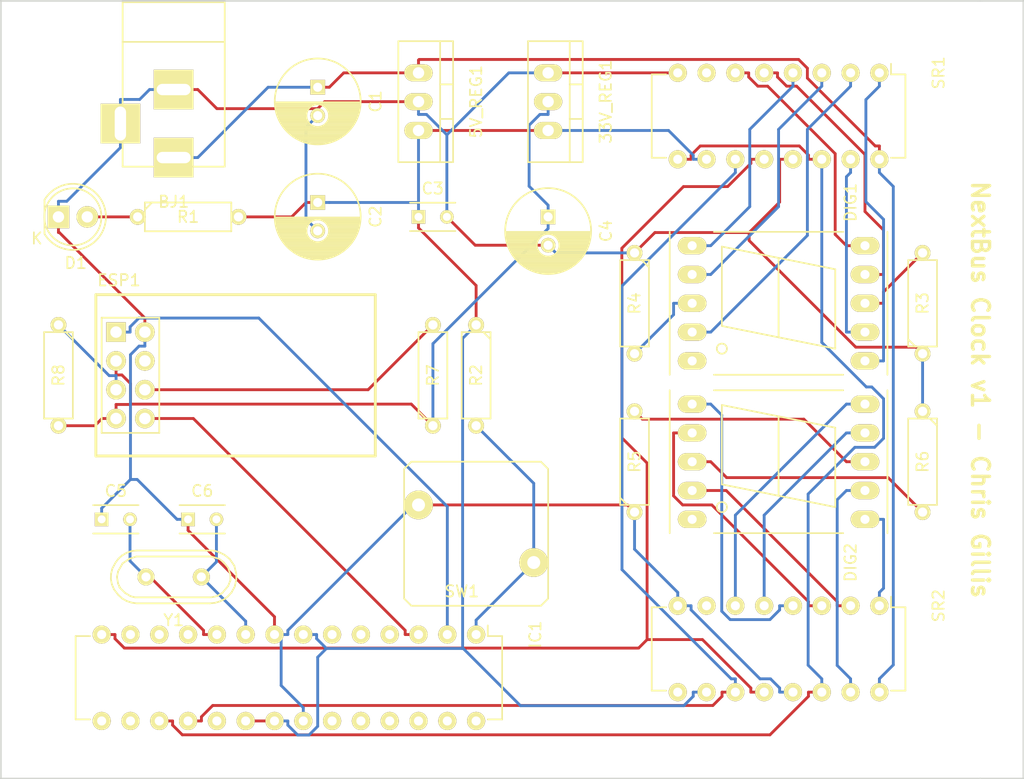
<source format=kicad_pcb>

(kicad_pcb
  (version 4)
  (host pcbnew 4.0.2-stable)
  (general
    (links 77)
    (no_connects 0)
    (area 55.804999 68.374379 146.125001 137.235001)
    (thickness 1.6)
    (drawings 7)
    (tracks 325)
    (zones 0)
    (modules 26)
    (nets 55))
  (page A4)
  (title_block
    (title NextBusClock)
    (rev 1)
    (company "Chris Gillis"))
  (layers
    (0 F.Cu signal)
    (31 B.Cu signal)
    (32 B.Adhes user)
    (33 F.Adhes user)
    (34 B.Paste user)
    (35 F.Paste user)
    (36 B.SilkS user)
    (37 F.SilkS user)
    (38 B.Mask user)
    (39 F.Mask user)
    (40 Dwgs.User user)
    (41 Cmts.User user)
    (42 Eco1.User user)
    (43 Eco2.User user)
    (44 Edge.Cuts user)
    (45 Margin user)
    (46 B.CrtYd user)
    (47 F.CrtYd user)
    (48 B.Fab user)
    (49 F.Fab user))
  (setup
    (last_trace_width 0.25)
    (trace_clearance 0.25)
    (zone_clearance 0.508)
    (zone_45_only no)
    (trace_min 0.25)
    (segment_width 0.2)
    (edge_width 0.15)
    (via_size 0.6)
    (via_drill 0.4)
    (via_min_size 0.4)
    (via_min_drill 0.3)
    (uvia_size 0.3)
    (uvia_drill 0.1)
    (uvias_allowed no)
    (uvia_min_size 0.2)
    (uvia_min_drill 0.1)
    (pcb_text_width 0.3)
    (pcb_text_size 1.5 1.5)
    (mod_edge_width 0.15)
    (mod_text_size 1 1)
    (mod_text_width 0.15)
    (pad_size 1.524 1.524)
    (pad_drill 0.762)
    (pad_to_mask_clearance 0.2)
    (aux_axis_origin 0 0)
    (visible_elements FFFFFF7F)
    (pcbplotparams
      (layerselection 0x010e0_80000001)
      (usegerberextensions false)
      (excludeedgelayer true)
      (linewidth 0.1)
      (plotframeref false)
      (viasonmask false)
      (mode 1)
      (useauxorigin false)
      (hpglpennumber 1)
      (hpglpenspeed 20)
      (hpglpendiameter 15)
      (hpglpenoverlay 2)
      (psnegative false)
      (psa4output false)
      (plotreference true)
      (plotvalue true)
      (plotinvisibletext false)
      (padsonsilk false)
      (subtractmaskfromsilk true)
      (outputformat 1)
      (mirror false)
      (drillshape 0)
      (scaleselection 1)
      (outputdirectory gerb/)))
  (net 0 "")
  (net 1 GND)
  (net 2 VCC)
  (net 3 /5V_PWR)
  (net 4 /33V_PWR)
  (net 5 "Net-(C5-Pad2)")
  (net 6 "Net-(C6-Pad2)")
  (net 7 "Net-(D1-Pad2)")
  (net 8 "Net-(DIG1-Pad1)")
  (net 9 "Net-(DIG1-Pad2)")
  (net 10 "Net-(DIG1-Pad3)")
  (net 11 "Net-(DIG1-Pad4)")
  (net 12 "Net-(DIG1-Pad5)")
  (net 13 "Net-(DIG1-Pad6)")
  (net 14 "Net-(DIG1-Pad7)")
  (net 15 "Net-(DIG1-Pad8)")
  (net 16 "Net-(DIG1-Pad9)")
  (net 17 "Net-(DIG1-Pad10)")
  (net 18 "Net-(DIG2-Pad1)")
  (net 19 "Net-(DIG2-Pad2)")
  (net 20 "Net-(DIG2-Pad3)")
  (net 21 "Net-(DIG2-Pad4)")
  (net 22 "Net-(DIG2-Pad5)")
  (net 23 "Net-(DIG2-Pad6)")
  (net 24 "Net-(DIG2-Pad7)")
  (net 25 "Net-(DIG2-Pad8)")
  (net 26 "Net-(DIG2-Pad9)")
  (net 27 "Net-(DIG2-Pad10)")
  (net 28 /ESP_TX)
  (net 29 "Net-(ESP1-Pad4)")
  (net 30 "Net-(ESP1-Pad5)")
  (net 31 "Net-(ESP1-Pad6)")
  (net 32 /ESP_RX)
  (net 33 "Net-(IC1-Pad1)")
  (net 34 "Net-(IC1-Pad4)")
  (net 35 "Net-(IC1-Pad5)")
  (net 36 "Net-(IC1-Pad6)")
  (net 37 "Net-(IC1-Pad11)")
  (net 38 "Net-(IC1-Pad12)")
  (net 39 "Net-(IC1-Pad13)")
  (net 40 /SR_LATCH)
  (net 41 "Net-(IC1-Pad15)")
  (net 42 "Net-(IC1-Pad16)")
  (net 43 /SR_DATA)
  (net 44 /SR_CLOCK)
  (net 45 "Net-(IC1-Pad19)")
  (net 46 "Net-(IC1-Pad23)")
  (net 47 "Net-(IC1-Pad24)")
  (net 48 "Net-(IC1-Pad25)")
  (net 49 "Net-(IC1-Pad26)")
  (net 50 "Net-(IC1-Pad27)")
  (net 51 "Net-(IC1-Pad28)")
  (net 52 "Net-(SR1-Pad7)")
  (net 53 "Net-(SR2-Pad7)")
  (net 54 "Net-(SR2-Pad9)")
  (net_class Default "This is the default net class."
    (clearance 0.25)
    (trace_width 0.25)
    (via_dia 0.6)
    (via_drill 0.4)
    (uvia_dia 0.3)
    (uvia_drill 0.1)
    (add_net /33V_PWR)
    (add_net /5V_PWR)
    (add_net /ESP_RX)
    (add_net /ESP_TX)
    (add_net /SR_CLOCK)
    (add_net /SR_DATA)
    (add_net /SR_LATCH)
    (add_net GND)
    (add_net "Net-(C5-Pad2)")
    (add_net "Net-(C6-Pad2)")
    (add_net "Net-(D1-Pad2)")
    (add_net "Net-(DIG1-Pad1)")
    (add_net "Net-(DIG1-Pad10)")
    (add_net "Net-(DIG1-Pad2)")
    (add_net "Net-(DIG1-Pad3)")
    (add_net "Net-(DIG1-Pad4)")
    (add_net "Net-(DIG1-Pad5)")
    (add_net "Net-(DIG1-Pad6)")
    (add_net "Net-(DIG1-Pad7)")
    (add_net "Net-(DIG1-Pad8)")
    (add_net "Net-(DIG1-Pad9)")
    (add_net "Net-(DIG2-Pad1)")
    (add_net "Net-(DIG2-Pad10)")
    (add_net "Net-(DIG2-Pad2)")
    (add_net "Net-(DIG2-Pad3)")
    (add_net "Net-(DIG2-Pad4)")
    (add_net "Net-(DIG2-Pad5)")
    (add_net "Net-(DIG2-Pad6)")
    (add_net "Net-(DIG2-Pad7)")
    (add_net "Net-(DIG2-Pad8)")
    (add_net "Net-(DIG2-Pad9)")
    (add_net "Net-(ESP1-Pad4)")
    (add_net "Net-(ESP1-Pad5)")
    (add_net "Net-(ESP1-Pad6)")
    (add_net "Net-(IC1-Pad1)")
    (add_net "Net-(IC1-Pad11)")
    (add_net "Net-(IC1-Pad12)")
    (add_net "Net-(IC1-Pad13)")
    (add_net "Net-(IC1-Pad15)")
    (add_net "Net-(IC1-Pad16)")
    (add_net "Net-(IC1-Pad19)")
    (add_net "Net-(IC1-Pad23)")
    (add_net "Net-(IC1-Pad24)")
    (add_net "Net-(IC1-Pad25)")
    (add_net "Net-(IC1-Pad26)")
    (add_net "Net-(IC1-Pad27)")
    (add_net "Net-(IC1-Pad28)")
    (add_net "Net-(IC1-Pad4)")
    (add_net "Net-(IC1-Pad5)")
    (add_net "Net-(IC1-Pad6)")
    (add_net "Net-(SR1-Pad7)")
    (add_net "Net-(SR2-Pad7)")
    (add_net "Net-(SR2-Pad9)")
    (add_net VCC))
  (module TO_SOT_Packages_THT:TO-220_Neutral123_Vertical
    (layer F.Cu)
    (tedit 0)
    (tstamp 57B95A3E)
    (at 92.71 77.47 270)
    (descr "TO-220, Neutral, Vertical,")
    (tags "TO-220, Neutral, Vertical,")
    (path /57B8D804)
    (fp_text reference 5V_REG1
      (at 0 -5.08 270)
      (layer F.SilkS)
      (effects
        (font
          (size 1 1)
          (thickness 0.15))))
    (fp_text value LM7805
      (at 0 3.81 270)
      (layer F.Fab)
      (effects
        (font
          (size 1 1)
          (thickness 0.15))))
    (fp_line
      (start -1.524 -3.048)
      (end -1.524 -1.905)
      (layer F.SilkS)
      (width 0.15))
    (fp_line
      (start 1.524 -3.048)
      (end 1.524 -1.905)
      (layer F.SilkS)
      (width 0.15))
    (fp_line
      (start 5.334 -1.905)
      (end 5.334 1.778)
      (layer F.SilkS)
      (width 0.15))
    (fp_line
      (start 5.334 1.778)
      (end -5.334 1.778)
      (layer F.SilkS)
      (width 0.15))
    (fp_line
      (start -5.334 1.778)
      (end -5.334 -1.905)
      (layer F.SilkS)
      (width 0.15))
    (fp_line
      (start 5.334 -3.048)
      (end 5.334 -1.905)
      (layer F.SilkS)
      (width 0.15))
    (fp_line
      (start 5.334 -1.905)
      (end -5.334 -1.905)
      (layer F.SilkS)
      (width 0.15))
    (fp_line
      (start -5.334 -1.905)
      (end -5.334 -3.048)
      (layer F.SilkS)
      (width 0.15))
    (fp_line
      (start 0 -3.048)
      (end -5.334 -3.048)
      (layer F.SilkS)
      (width 0.15))
    (fp_line
      (start 0 -3.048)
      (end 5.334 -3.048)
      (layer F.SilkS)
      (width 0.15))
    (pad 2 thru_hole oval
      (at 0 0)
      (size 2.49936 1.50114)
      (drill 1.00076)
      (layers *.Cu *.Mask F.SilkS)
      (net 1 GND))
    (pad 1 thru_hole oval
      (at -2.54 0)
      (size 2.49936 1.50114)
      (drill 1.00076)
      (layers *.Cu *.Mask F.SilkS)
      (net 2 VCC))
    (pad 3 thru_hole oval
      (at 2.54 0)
      (size 2.49936 1.50114)
      (drill 1.00076)
      (layers *.Cu *.Mask F.SilkS)
      (net 3 /5V_PWR))
    (model TO_SOT_Packages_THT.3dshapes/TO-220_Neutral123_Vertical.wrl
      (at
        (xyz 0 0 0))
      (scale
        (xyz 0.3937 0.3937 0.3937))
      (rotate
        (xyz 0 0 0))))
  (module TO_SOT_Packages_THT:TO-220_Neutral123_Vertical
    (layer F.Cu)
    (tedit 0)
    (tstamp 57B95A45)
    (at 104.14 77.47 270)
    (descr "TO-220, Neutral, Vertical,")
    (tags "TO-220, Neutral, Vertical,")
    (path /57B8F87B)
    (fp_text reference 33V_REG1
      (at 0 -5.08 270)
      (layer F.SilkS)
      (effects
        (font
          (size 1 1)
          (thickness 0.15))))
    (fp_text value LD1117V33
      (at 0 3.81 270)
      (layer F.Fab)
      (effects
        (font
          (size 1 1)
          (thickness 0.15))))
    (fp_line
      (start -1.524 -3.048)
      (end -1.524 -1.905)
      (layer F.SilkS)
      (width 0.15))
    (fp_line
      (start 1.524 -3.048)
      (end 1.524 -1.905)
      (layer F.SilkS)
      (width 0.15))
    (fp_line
      (start 5.334 -1.905)
      (end 5.334 1.778)
      (layer F.SilkS)
      (width 0.15))
    (fp_line
      (start 5.334 1.778)
      (end -5.334 1.778)
      (layer F.SilkS)
      (width 0.15))
    (fp_line
      (start -5.334 1.778)
      (end -5.334 -1.905)
      (layer F.SilkS)
      (width 0.15))
    (fp_line
      (start 5.334 -3.048)
      (end 5.334 -1.905)
      (layer F.SilkS)
      (width 0.15))
    (fp_line
      (start 5.334 -1.905)
      (end -5.334 -1.905)
      (layer F.SilkS)
      (width 0.15))
    (fp_line
      (start -5.334 -1.905)
      (end -5.334 -3.048)
      (layer F.SilkS)
      (width 0.15))
    (fp_line
      (start 0 -3.048)
      (end -5.334 -3.048)
      (layer F.SilkS)
      (width 0.15))
    (fp_line
      (start 0 -3.048)
      (end 5.334 -3.048)
      (layer F.SilkS)
      (width 0.15))
    (pad 2 thru_hole oval
      (at 0 0)
      (size 2.49936 1.50114)
      (drill 1.00076)
      (layers *.Cu *.Mask F.SilkS)
      (net 4 /33V_PWR))
    (pad 1 thru_hole oval
      (at -2.54 0)
      (size 2.49936 1.50114)
      (drill 1.00076)
      (layers *.Cu *.Mask F.SilkS)
      (net 1 GND))
    (pad 3 thru_hole oval
      (at 2.54 0)
      (size 2.49936 1.50114)
      (drill 1.00076)
      (layers *.Cu *.Mask F.SilkS)
      (net 3 /5V_PWR))
    (model TO_SOT_Packages_THT.3dshapes/TO-220_Neutral123_Vertical.wrl
      (at
        (xyz 0 0 0))
      (scale
        (xyz 0.3937 0.3937 0.3937))
      (rotate
        (xyz 0 0 0))))
  (module Connect:BARREL_JACK
    (layer F.Cu)
    (tedit 0)
    (tstamp 57B95A4C)
    (at 71.12 76.2 270)
    (descr "DC Barrel Jack")
    (tags "Power Jack")
    (path /57B8C805)
    (fp_text reference BJ1
      (at 10.09904 0 360)
      (layer F.SilkS)
      (effects
        (font
          (size 1 1)
          (thickness 0.15))))
    (fp_text value BARREL_JACK
      (at 0 -5.99948 270)
      (layer F.Fab)
      (effects
        (font
          (size 1 1)
          (thickness 0.15))))
    (fp_line
      (start -4.0005 -4.50088)
      (end -4.0005 4.50088)
      (layer F.SilkS)
      (width 0.15))
    (fp_line
      (start -7.50062 -4.50088)
      (end -7.50062 4.50088)
      (layer F.SilkS)
      (width 0.15))
    (fp_line
      (start -7.50062 4.50088)
      (end 7.00024 4.50088)
      (layer F.SilkS)
      (width 0.15))
    (fp_line
      (start 7.00024 4.50088)
      (end 7.00024 -4.50088)
      (layer F.SilkS)
      (width 0.15))
    (fp_line
      (start 7.00024 -4.50088)
      (end -7.50062 -4.50088)
      (layer F.SilkS)
      (width 0.15))
    (pad 1 thru_hole rect
      (at 6.20014 0 270)
      (size 3.50012 3.50012)
      (drill oval 1.00076 2.99974)
      (layers *.Cu *.Mask F.SilkS)
      (net 2 VCC))
    (pad 2 thru_hole rect
      (at 0.20066 0 270)
      (size 3.50012 3.50012)
      (drill oval 1.00076 2.99974)
      (layers *.Cu *.Mask F.SilkS)
      (net 1 GND))
    (pad 3 thru_hole rect
      (at 3.2004 4.699 270)
      (size 3.50012 3.50012)
      (drill oval 2.99974 1.00076)
      (layers *.Cu *.Mask F.SilkS)
      (net 1 GND)))
  (module Capacitors_ThroughHole:C_Radial_D7.5_L11.2_P2.5
    (layer F.Cu)
    (tedit 0)
    (tstamp 57B95A52)
    (at 83.82 76.2 270)
    (descr "Radial Electrolytic Capacitor Diameter 7.5mm x Length 11.2mm, Pitch 2.5mm")
    (tags "Electrolytic Capacitor")
    (path /57B8D7E1)
    (fp_text reference C1
      (at 1.25 -5.1 270)
      (layer F.SilkS)
      (effects
        (font
          (size 1 1)
          (thickness 0.15))))
    (fp_text value 10uF
      (at 1.25 5.1 270)
      (layer F.Fab)
      (effects
        (font
          (size 1 1)
          (thickness 0.15))))
    (fp_line
      (start 1.325 -3.749)
      (end 1.325 3.749)
      (layer F.SilkS)
      (width 0.15))
    (fp_line
      (start 1.465 -3.744)
      (end 1.465 3.744)
      (layer F.SilkS)
      (width 0.15))
    (fp_line
      (start 1.605 -3.733)
      (end 1.605 -0.446)
      (layer F.SilkS)
      (width 0.15))
    (fp_line
      (start 1.605 0.446)
      (end 1.605 3.733)
      (layer F.SilkS)
      (width 0.15))
    (fp_line
      (start 1.745 -3.717)
      (end 1.745 -0.656)
      (layer F.SilkS)
      (width 0.15))
    (fp_line
      (start 1.745 0.656)
      (end 1.745 3.717)
      (layer F.SilkS)
      (width 0.15))
    (fp_line
      (start 1.885 -3.696)
      (end 1.885 -0.789)
      (layer F.SilkS)
      (width 0.15))
    (fp_line
      (start 1.885 0.789)
      (end 1.885 3.696)
      (layer F.SilkS)
      (width 0.15))
    (fp_line
      (start 2.025 -3.669)
      (end 2.025 -0.88)
      (layer F.SilkS)
      (width 0.15))
    (fp_line
      (start 2.025 0.88)
      (end 2.025 3.669)
      (layer F.SilkS)
      (width 0.15))
    (fp_line
      (start 2.165 -3.637)
      (end 2.165 -0.942)
      (layer F.SilkS)
      (width 0.15))
    (fp_line
      (start 2.165 0.942)
      (end 2.165 3.637)
      (layer F.SilkS)
      (width 0.15))
    (fp_line
      (start 2.305 -3.599)
      (end 2.305 -0.981)
      (layer F.SilkS)
      (width 0.15))
    (fp_line
      (start 2.305 0.981)
      (end 2.305 3.599)
      (layer F.SilkS)
      (width 0.15))
    (fp_line
      (start 2.445 -3.555)
      (end 2.445 -0.998)
      (layer F.SilkS)
      (width 0.15))
    (fp_line
      (start 2.445 0.998)
      (end 2.445 3.555)
      (layer F.SilkS)
      (width 0.15))
    (fp_line
      (start 2.585 -3.504)
      (end 2.585 -0.996)
      (layer F.SilkS)
      (width 0.15))
    (fp_line
      (start 2.585 0.996)
      (end 2.585 3.504)
      (layer F.SilkS)
      (width 0.15))
    (fp_line
      (start 2.725 -3.448)
      (end 2.725 -0.974)
      (layer F.SilkS)
      (width 0.15))
    (fp_line
      (start 2.725 0.974)
      (end 2.725 3.448)
      (layer F.SilkS)
      (width 0.15))
    (fp_line
      (start 2.865 -3.384)
      (end 2.865 -0.931)
      (layer F.SilkS)
      (width 0.15))
    (fp_line
      (start 2.865 0.931)
      (end 2.865 3.384)
      (layer F.SilkS)
      (width 0.15))
    (fp_line
      (start 3.005 -3.314)
      (end 3.005 -0.863)
      (layer F.SilkS)
      (width 0.15))
    (fp_line
      (start 3.005 0.863)
      (end 3.005 3.314)
      (layer F.SilkS)
      (width 0.15))
    (fp_line
      (start 3.145 -3.236)
      (end 3.145 -0.764)
      (layer F.SilkS)
      (width 0.15))
    (fp_line
      (start 3.145 0.764)
      (end 3.145 3.236)
      (layer F.SilkS)
      (width 0.15))
    (fp_line
      (start 3.285 -3.15)
      (end 3.285 -0.619)
      (layer F.SilkS)
      (width 0.15))
    (fp_line
      (start 3.285 0.619)
      (end 3.285 3.15)
      (layer F.SilkS)
      (width 0.15))
    (fp_line
      (start 3.425 -3.055)
      (end 3.425 -0.38)
      (layer F.SilkS)
      (width 0.15))
    (fp_line
      (start 3.425 0.38)
      (end 3.425 3.055)
      (layer F.SilkS)
      (width 0.15))
    (fp_line
      (start 3.565 -2.95)
      (end 3.565 2.95)
      (layer F.SilkS)
      (width 0.15))
    (fp_line
      (start 3.705 -2.835)
      (end 3.705 2.835)
      (layer F.SilkS)
      (width 0.15))
    (fp_line
      (start 3.845 -2.707)
      (end 3.845 2.707)
      (layer F.SilkS)
      (width 0.15))
    (fp_line
      (start 3.985 -2.566)
      (end 3.985 2.566)
      (layer F.SilkS)
      (width 0.15))
    (fp_line
      (start 4.125 -2.408)
      (end 4.125 2.408)
      (layer F.SilkS)
      (width 0.15))
    (fp_line
      (start 4.265 -2.23)
      (end 4.265 2.23)
      (layer F.SilkS)
      (width 0.15))
    (fp_line
      (start 4.405 -2.027)
      (end 4.405 2.027)
      (layer F.SilkS)
      (width 0.15))
    (fp_line
      (start 4.545 -1.79)
      (end 4.545 1.79)
      (layer F.SilkS)
      (width 0.15))
    (fp_line
      (start 4.685 -1.504)
      (end 4.685 1.504)
      (layer F.SilkS)
      (width 0.15))
    (fp_line
      (start 4.825 -1.132)
      (end 4.825 1.132)
      (layer F.SilkS)
      (width 0.15))
    (fp_line
      (start 4.965 -0.511)
      (end 4.965 0.511)
      (layer F.SilkS)
      (width 0.15))
    (fp_circle
      (center 2.5 0)
      (end 2.5 -1)
      (layer F.SilkS)
      (width 0.15))
    (fp_circle
      (center 1.25 0)
      (end 1.25 -3.7875)
      (layer F.SilkS)
      (width 0.15))
    (fp_circle
      (center 1.25 0)
      (end 1.25 -4.1)
      (layer F.CrtYd)
      (width 0.05))
    (pad 2 thru_hole circle
      (at 2.5 0 270)
      (size 1.3 1.3)
      (drill 0.8)
      (layers *.Cu *.Mask F.SilkS)
      (net 1 GND))
    (pad 1 thru_hole rect
      (at 0 0 270)
      (size 1.3 1.3)
      (drill 0.8)
      (layers *.Cu *.Mask F.SilkS)
      (net 2 VCC))
    (model Capacitors_ThroughHole.3dshapes/C_Radial_D7.5_L11.2_P2.5.wrl
      (at
        (xyz 0 0 0))
      (scale
        (xyz 1 1 1))
      (rotate
        (xyz 0 0 0))))
  (module Capacitors_ThroughHole:C_Radial_D7.5_L11.2_P2.5
    (layer F.Cu)
    (tedit 0)
    (tstamp 57B95A58)
    (at 83.82 86.36 270)
    (descr "Radial Electrolytic Capacitor Diameter 7.5mm x Length 11.2mm, Pitch 2.5mm")
    (tags "Electrolytic Capacitor")
    (path /57B8D8FA)
    (fp_text reference C2
      (at 1.25 -5.1 270)
      (layer F.SilkS)
      (effects
        (font
          (size 1 1)
          (thickness 0.15))))
    (fp_text value 1uF
      (at 1.25 5.1 270)
      (layer F.Fab)
      (effects
        (font
          (size 1 1)
          (thickness 0.15))))
    (fp_line
      (start 1.325 -3.749)
      (end 1.325 3.749)
      (layer F.SilkS)
      (width 0.15))
    (fp_line
      (start 1.465 -3.744)
      (end 1.465 3.744)
      (layer F.SilkS)
      (width 0.15))
    (fp_line
      (start 1.605 -3.733)
      (end 1.605 -0.446)
      (layer F.SilkS)
      (width 0.15))
    (fp_line
      (start 1.605 0.446)
      (end 1.605 3.733)
      (layer F.SilkS)
      (width 0.15))
    (fp_line
      (start 1.745 -3.717)
      (end 1.745 -0.656)
      (layer F.SilkS)
      (width 0.15))
    (fp_line
      (start 1.745 0.656)
      (end 1.745 3.717)
      (layer F.SilkS)
      (width 0.15))
    (fp_line
      (start 1.885 -3.696)
      (end 1.885 -0.789)
      (layer F.SilkS)
      (width 0.15))
    (fp_line
      (start 1.885 0.789)
      (end 1.885 3.696)
      (layer F.SilkS)
      (width 0.15))
    (fp_line
      (start 2.025 -3.669)
      (end 2.025 -0.88)
      (layer F.SilkS)
      (width 0.15))
    (fp_line
      (start 2.025 0.88)
      (end 2.025 3.669)
      (layer F.SilkS)
      (width 0.15))
    (fp_line
      (start 2.165 -3.637)
      (end 2.165 -0.942)
      (layer F.SilkS)
      (width 0.15))
    (fp_line
      (start 2.165 0.942)
      (end 2.165 3.637)
      (layer F.SilkS)
      (width 0.15))
    (fp_line
      (start 2.305 -3.599)
      (end 2.305 -0.981)
      (layer F.SilkS)
      (width 0.15))
    (fp_line
      (start 2.305 0.981)
      (end 2.305 3.599)
      (layer F.SilkS)
      (width 0.15))
    (fp_line
      (start 2.445 -3.555)
      (end 2.445 -0.998)
      (layer F.SilkS)
      (width 0.15))
    (fp_line
      (start 2.445 0.998)
      (end 2.445 3.555)
      (layer F.SilkS)
      (width 0.15))
    (fp_line
      (start 2.585 -3.504)
      (end 2.585 -0.996)
      (layer F.SilkS)
      (width 0.15))
    (fp_line
      (start 2.585 0.996)
      (end 2.585 3.504)
      (layer F.SilkS)
      (width 0.15))
    (fp_line
      (start 2.725 -3.448)
      (end 2.725 -0.974)
      (layer F.SilkS)
      (width 0.15))
    (fp_line
      (start 2.725 0.974)
      (end 2.725 3.448)
      (layer F.SilkS)
      (width 0.15))
    (fp_line
      (start 2.865 -3.384)
      (end 2.865 -0.931)
      (layer F.SilkS)
      (width 0.15))
    (fp_line
      (start 2.865 0.931)
      (end 2.865 3.384)
      (layer F.SilkS)
      (width 0.15))
    (fp_line
      (start 3.005 -3.314)
      (end 3.005 -0.863)
      (layer F.SilkS)
      (width 0.15))
    (fp_line
      (start 3.005 0.863)
      (end 3.005 3.314)
      (layer F.SilkS)
      (width 0.15))
    (fp_line
      (start 3.145 -3.236)
      (end 3.145 -0.764)
      (layer F.SilkS)
      (width 0.15))
    (fp_line
      (start 3.145 0.764)
      (end 3.145 3.236)
      (layer F.SilkS)
      (width 0.15))
    (fp_line
      (start 3.285 -3.15)
      (end 3.285 -0.619)
      (layer F.SilkS)
      (width 0.15))
    (fp_line
      (start 3.285 0.619)
      (end 3.285 3.15)
      (layer F.SilkS)
      (width 0.15))
    (fp_line
      (start 3.425 -3.055)
      (end 3.425 -0.38)
      (layer F.SilkS)
      (width 0.15))
    (fp_line
      (start 3.425 0.38)
      (end 3.425 3.055)
      (layer F.SilkS)
      (width 0.15))
    (fp_line
      (start 3.565 -2.95)
      (end 3.565 2.95)
      (layer F.SilkS)
      (width 0.15))
    (fp_line
      (start 3.705 -2.835)
      (end 3.705 2.835)
      (layer F.SilkS)
      (width 0.15))
    (fp_line
      (start 3.845 -2.707)
      (end 3.845 2.707)
      (layer F.SilkS)
      (width 0.15))
    (fp_line
      (start 3.985 -2.566)
      (end 3.985 2.566)
      (layer F.SilkS)
      (width 0.15))
    (fp_line
      (start 4.125 -2.408)
      (end 4.125 2.408)
      (layer F.SilkS)
      (width 0.15))
    (fp_line
      (start 4.265 -2.23)
      (end 4.265 2.23)
      (layer F.SilkS)
      (width 0.15))
    (fp_line
      (start 4.405 -2.027)
      (end 4.405 2.027)
      (layer F.SilkS)
      (width 0.15))
    (fp_line
      (start 4.545 -1.79)
      (end 4.545 1.79)
      (layer F.SilkS)
      (width 0.15))
    (fp_line
      (start 4.685 -1.504)
      (end 4.685 1.504)
      (layer F.SilkS)
      (width 0.15))
    (fp_line
      (start 4.825 -1.132)
      (end 4.825 1.132)
      (layer F.SilkS)
      (width 0.15))
    (fp_line
      (start 4.965 -0.511)
      (end 4.965 0.511)
      (layer F.SilkS)
      (width 0.15))
    (fp_circle
      (center 2.5 0)
      (end 2.5 -1)
      (layer F.SilkS)
      (width 0.15))
    (fp_circle
      (center 1.25 0)
      (end 1.25 -3.7875)
      (layer F.SilkS)
      (width 0.15))
    (fp_circle
      (center 1.25 0)
      (end 1.25 -4.1)
      (layer F.CrtYd)
      (width 0.05))
    (pad 2 thru_hole circle
      (at 2.5 0 270)
      (size 1.3 1.3)
      (drill 0.8)
      (layers *.Cu *.Mask F.SilkS)
      (net 1 GND))
    (pad 1 thru_hole rect
      (at 0 0 270)
      (size 1.3 1.3)
      (drill 0.8)
      (layers *.Cu *.Mask F.SilkS)
      (net 3 /5V_PWR))
    (model Capacitors_ThroughHole.3dshapes/C_Radial_D7.5_L11.2_P2.5.wrl
      (at
        (xyz 0 0 0))
      (scale
        (xyz 1 1 1))
      (rotate
        (xyz 0 0 0))))
  (module Capacitors_ThroughHole:C_Rect_L4_W2.5_P2.5
    (layer F.Cu)
    (tedit 0)
    (tstamp 57B95A5E)
    (at 92.71 87.63)
    (descr "Film Capacitor Length 4mm x Width 2.5mm, Pitch 2.5mm")
    (tags Capacitor)
    (path /57B8F9A6)
    (fp_text reference C3
      (at 1.25 -2.5)
      (layer F.SilkS)
      (effects
        (font
          (size 1 1)
          (thickness 0.15))))
    (fp_text value 0.1uf
      (at 1.25 2.5)
      (layer F.Fab)
      (effects
        (font
          (size 1 1)
          (thickness 0.15))))
    (fp_line
      (start -1 -1.5)
      (end 3.5 -1.5)
      (layer F.CrtYd)
      (width 0.05))
    (fp_line
      (start 3.5 -1.5)
      (end 3.5 1.5)
      (layer F.CrtYd)
      (width 0.05))
    (fp_line
      (start 3.5 1.5)
      (end -1 1.5)
      (layer F.CrtYd)
      (width 0.05))
    (fp_line
      (start -1 1.5)
      (end -1 -1.5)
      (layer F.CrtYd)
      (width 0.05))
    (fp_line
      (start -0.75 -1.25)
      (end 3.25 -1.25)
      (layer F.SilkS)
      (width 0.15))
    (fp_line
      (start -0.75 1.25)
      (end 3.25 1.25)
      (layer F.SilkS)
      (width 0.15))
    (pad 1 thru_hole rect
      (at 0 0)
      (size 1.2 1.2)
      (drill 0.7)
      (layers *.Cu *.Mask F.SilkS)
      (net 3 /5V_PWR))
    (pad 2 thru_hole circle
      (at 2.5 0)
      (size 1.2 1.2)
      (drill 0.7)
      (layers *.Cu *.Mask F.SilkS)
      (net 1 GND)))
  (module Capacitors_ThroughHole:C_Radial_D7.5_L11.2_P2.5
    (layer F.Cu)
    (tedit 0)
    (tstamp 57B95A64)
    (at 104.14 87.63 270)
    (descr "Radial Electrolytic Capacitor Diameter 7.5mm x Length 11.2mm, Pitch 2.5mm")
    (tags "Electrolytic Capacitor")
    (path /57B8FB91)
    (fp_text reference C4
      (at 1.25 -5.1 270)
      (layer F.SilkS)
      (effects
        (font
          (size 1 1)
          (thickness 0.15))))
    (fp_text value 10uf
      (at 1.25 5.1 270)
      (layer F.Fab)
      (effects
        (font
          (size 1 1)
          (thickness 0.15))))
    (fp_line
      (start 1.325 -3.749)
      (end 1.325 3.749)
      (layer F.SilkS)
      (width 0.15))
    (fp_line
      (start 1.465 -3.744)
      (end 1.465 3.744)
      (layer F.SilkS)
      (width 0.15))
    (fp_line
      (start 1.605 -3.733)
      (end 1.605 -0.446)
      (layer F.SilkS)
      (width 0.15))
    (fp_line
      (start 1.605 0.446)
      (end 1.605 3.733)
      (layer F.SilkS)
      (width 0.15))
    (fp_line
      (start 1.745 -3.717)
      (end 1.745 -0.656)
      (layer F.SilkS)
      (width 0.15))
    (fp_line
      (start 1.745 0.656)
      (end 1.745 3.717)
      (layer F.SilkS)
      (width 0.15))
    (fp_line
      (start 1.885 -3.696)
      (end 1.885 -0.789)
      (layer F.SilkS)
      (width 0.15))
    (fp_line
      (start 1.885 0.789)
      (end 1.885 3.696)
      (layer F.SilkS)
      (width 0.15))
    (fp_line
      (start 2.025 -3.669)
      (end 2.025 -0.88)
      (layer F.SilkS)
      (width 0.15))
    (fp_line
      (start 2.025 0.88)
      (end 2.025 3.669)
      (layer F.SilkS)
      (width 0.15))
    (fp_line
      (start 2.165 -3.637)
      (end 2.165 -0.942)
      (layer F.SilkS)
      (width 0.15))
    (fp_line
      (start 2.165 0.942)
      (end 2.165 3.637)
      (layer F.SilkS)
      (width 0.15))
    (fp_line
      (start 2.305 -3.599)
      (end 2.305 -0.981)
      (layer F.SilkS)
      (width 0.15))
    (fp_line
      (start 2.305 0.981)
      (end 2.305 3.599)
      (layer F.SilkS)
      (width 0.15))
    (fp_line
      (start 2.445 -3.555)
      (end 2.445 -0.998)
      (layer F.SilkS)
      (width 0.15))
    (fp_line
      (start 2.445 0.998)
      (end 2.445 3.555)
      (layer F.SilkS)
      (width 0.15))
    (fp_line
      (start 2.585 -3.504)
      (end 2.585 -0.996)
      (layer F.SilkS)
      (width 0.15))
    (fp_line
      (start 2.585 0.996)
      (end 2.585 3.504)
      (layer F.SilkS)
      (width 0.15))
    (fp_line
      (start 2.725 -3.448)
      (end 2.725 -0.974)
      (layer F.SilkS)
      (width 0.15))
    (fp_line
      (start 2.725 0.974)
      (end 2.725 3.448)
      (layer F.SilkS)
      (width 0.15))
    (fp_line
      (start 2.865 -3.384)
      (end 2.865 -0.931)
      (layer F.SilkS)
      (width 0.15))
    (fp_line
      (start 2.865 0.931)
      (end 2.865 3.384)
      (layer F.SilkS)
      (width 0.15))
    (fp_line
      (start 3.005 -3.314)
      (end 3.005 -0.863)
      (layer F.SilkS)
      (width 0.15))
    (fp_line
      (start 3.005 0.863)
      (end 3.005 3.314)
      (layer F.SilkS)
      (width 0.15))
    (fp_line
      (start 3.145 -3.236)
      (end 3.145 -0.764)
      (layer F.SilkS)
      (width 0.15))
    (fp_line
      (start 3.145 0.764)
      (end 3.145 3.236)
      (layer F.SilkS)
      (width 0.15))
    (fp_line
      (start 3.285 -3.15)
      (end 3.285 -0.619)
      (layer F.SilkS)
      (width 0.15))
    (fp_line
      (start 3.285 0.619)
      (end 3.285 3.15)
      (layer F.SilkS)
      (width 0.15))
    (fp_line
      (start 3.425 -3.055)
      (end 3.425 -0.38)
      (layer F.SilkS)
      (width 0.15))
    (fp_line
      (start 3.425 0.38)
      (end 3.425 3.055)
      (layer F.SilkS)
      (width 0.15))
    (fp_line
      (start 3.565 -2.95)
      (end 3.565 2.95)
      (layer F.SilkS)
      (width 0.15))
    (fp_line
      (start 3.705 -2.835)
      (end 3.705 2.835)
      (layer F.SilkS)
      (width 0.15))
    (fp_line
      (start 3.845 -2.707)
      (end 3.845 2.707)
      (layer F.SilkS)
      (width 0.15))
    (fp_line
      (start 3.985 -2.566)
      (end 3.985 2.566)
      (layer F.SilkS)
      (width 0.15))
    (fp_line
      (start 4.125 -2.408)
      (end 4.125 2.408)
      (layer F.SilkS)
      (width 0.15))
    (fp_line
      (start 4.265 -2.23)
      (end 4.265 2.23)
      (layer F.SilkS)
      (width 0.15))
    (fp_line
      (start 4.405 -2.027)
      (end 4.405 2.027)
      (layer F.SilkS)
      (width 0.15))
    (fp_line
      (start 4.545 -1.79)
      (end 4.545 1.79)
      (layer F.SilkS)
      (width 0.15))
    (fp_line
      (start 4.685 -1.504)
      (end 4.685 1.504)
      (layer F.SilkS)
      (width 0.15))
    (fp_line
      (start 4.825 -1.132)
      (end 4.825 1.132)
      (layer F.SilkS)
      (width 0.15))
    (fp_line
      (start 4.965 -0.511)
      (end 4.965 0.511)
      (layer F.SilkS)
      (width 0.15))
    (fp_circle
      (center 2.5 0)
      (end 2.5 -1)
      (layer F.SilkS)
      (width 0.15))
    (fp_circle
      (center 1.25 0)
      (end 1.25 -3.7875)
      (layer F.SilkS)
      (width 0.15))
    (fp_circle
      (center 1.25 0)
      (end 1.25 -4.1)
      (layer F.CrtYd)
      (width 0.05))
    (pad 2 thru_hole circle
      (at 2.5 0 270)
      (size 1.3 1.3)
      (drill 0.8)
      (layers *.Cu *.Mask F.SilkS)
      (net 1 GND))
    (pad 1 thru_hole rect
      (at 0 0 270)
      (size 1.3 1.3)
      (drill 0.8)
      (layers *.Cu *.Mask F.SilkS)
      (net 4 /33V_PWR))
    (model Capacitors_ThroughHole.3dshapes/C_Radial_D7.5_L11.2_P2.5.wrl
      (at
        (xyz 0 0 0))
      (scale
        (xyz 1 1 1))
      (rotate
        (xyz 0 0 0))))
  (module Capacitors_ThroughHole:C_Rect_L4_W2.5_P2.5
    (layer F.Cu)
    (tedit 0)
    (tstamp 57B95A6A)
    (at 64.77 114.3)
    (descr "Film Capacitor Length 4mm x Width 2.5mm, Pitch 2.5mm")
    (tags Capacitor)
    (path /57B90AAA)
    (fp_text reference C5
      (at 1.25 -2.5)
      (layer F.SilkS)
      (effects
        (font
          (size 1 1)
          (thickness 0.15))))
    (fp_text value 22pF
      (at 1.25 2.5)
      (layer F.Fab)
      (effects
        (font
          (size 1 1)
          (thickness 0.15))))
    (fp_line
      (start -1 -1.5)
      (end 3.5 -1.5)
      (layer F.CrtYd)
      (width 0.05))
    (fp_line
      (start 3.5 -1.5)
      (end 3.5 1.5)
      (layer F.CrtYd)
      (width 0.05))
    (fp_line
      (start 3.5 1.5)
      (end -1 1.5)
      (layer F.CrtYd)
      (width 0.05))
    (fp_line
      (start -1 1.5)
      (end -1 -1.5)
      (layer F.CrtYd)
      (width 0.05))
    (fp_line
      (start -0.75 -1.25)
      (end 3.25 -1.25)
      (layer F.SilkS)
      (width 0.15))
    (fp_line
      (start -0.75 1.25)
      (end 3.25 1.25)
      (layer F.SilkS)
      (width 0.15))
    (pad 1 thru_hole rect
      (at 0 0)
      (size 1.2 1.2)
      (drill 0.7)
      (layers *.Cu *.Mask F.SilkS)
      (net 1 GND))
    (pad 2 thru_hole circle
      (at 2.5 0)
      (size 1.2 1.2)
      (drill 0.7)
      (layers *.Cu *.Mask F.SilkS)
      (net 5 "Net-(C5-Pad2)")))
  (module Capacitors_ThroughHole:C_Rect_L4_W2.5_P2.5
    (layer F.Cu)
    (tedit 0)
    (tstamp 57B95A70)
    (at 72.39 114.3)
    (descr "Film Capacitor Length 4mm x Width 2.5mm, Pitch 2.5mm")
    (tags Capacitor)
    (path /57B90A63)
    (fp_text reference C6
      (at 1.25 -2.5)
      (layer F.SilkS)
      (effects
        (font
          (size 1 1)
          (thickness 0.15))))
    (fp_text value 22pF
      (at 1.25 2.5)
      (layer F.Fab)
      (effects
        (font
          (size 1 1)
          (thickness 0.15))))
    (fp_line
      (start -1 -1.5)
      (end 3.5 -1.5)
      (layer F.CrtYd)
      (width 0.05))
    (fp_line
      (start 3.5 -1.5)
      (end 3.5 1.5)
      (layer F.CrtYd)
      (width 0.05))
    (fp_line
      (start 3.5 1.5)
      (end -1 1.5)
      (layer F.CrtYd)
      (width 0.05))
    (fp_line
      (start -1 1.5)
      (end -1 -1.5)
      (layer F.CrtYd)
      (width 0.05))
    (fp_line
      (start -0.75 -1.25)
      (end 3.25 -1.25)
      (layer F.SilkS)
      (width 0.15))
    (fp_line
      (start -0.75 1.25)
      (end 3.25 1.25)
      (layer F.SilkS)
      (width 0.15))
    (pad 1 thru_hole rect
      (at 0 0)
      (size 1.2 1.2)
      (drill 0.7)
      (layers *.Cu *.Mask F.SilkS)
      (net 1 GND))
    (pad 2 thru_hole circle
      (at 2.5 0)
      (size 1.2 1.2)
      (drill 0.7)
      (layers *.Cu *.Mask F.SilkS)
      (net 6 "Net-(C6-Pad2)")))
  (module LEDs:LED-5MM
    (layer F.Cu)
    (tedit 5570F7EA)
    (tstamp 57B95A76)
    (at 60.96 87.63)
    (descr "LED 5mm round vertical")
    (tags "LED 5mm round vertical")
    (path /57B8DB14)
    (fp_text reference D1
      (at 1.524 4.064)
      (layer F.SilkS)
      (effects
        (font
          (size 1 1)
          (thickness 0.15))))
    (fp_text value PWR_LED
      (at 1.524 -3.937)
      (layer F.Fab)
      (effects
        (font
          (size 1 1)
          (thickness 0.15))))
    (fp_text user K
      (at -1.905 1.905)
      (layer F.SilkS)
      (effects
        (font
          (size 1 1)
          (thickness 0.15))))
    (fp_line
      (start -1.5 -1.55)
      (end -1.5 1.55)
      (layer F.CrtYd)
      (width 0.05))
    (fp_line
      (start -1.23 1.5)
      (end -1.23 -1.5)
      (layer F.SilkS)
      (width 0.15))
    (fp_arc
      (start 1.3 0)
      (end -1.5 1.55)
      (angle -302)
      (layer F.CrtYd)
      (width 0.05))
    (fp_arc
      (start 1.27 0)
      (end -1.23 -1.5)
      (angle 297.5)
      (layer F.SilkS)
      (width 0.15))
    (fp_circle
      (center 1.27 0)
      (end 0.97 -2.5)
      (layer F.SilkS)
      (width 0.15))
    (pad 1 thru_hole rect
      (at 0 0 90)
      (size 2 1.9)
      (drill 1.00076)
      (layers *.Cu *.Mask F.SilkS)
      (net 1 GND))
    (pad 2 thru_hole circle
      (at 2.54 0)
      (size 1.9 1.9)
      (drill 1.00076)
      (layers *.Cu *.Mask F.SilkS)
      (net 7 "Net-(D1-Pad2)"))
    (model LEDs.3dshapes/LED-5MM.wrl
      (at
        (xyz 0.05 0 0))
      (scale
        (xyz 1 1 1))
      (rotate
        (xyz 0 0 90))))
  (module Displays_7-Segment:7SegmentLED_LTS6760_LTS6780
    (layer F.Cu)
    (tedit 57B98956)
    (tstamp 57B95A84)
    (at 124.46 95.25 270)
    (path /57B9232C)
    (fp_text reference DIG1
      (at -8.89 -6.35 270)
      (layer F.SilkS)
      (effects
        (font
          (size 1 1)
          (thickness 0.15))))
    (fp_text value LTS-6980HR
      (at -0.4 12 270)
      (layer F.Fab)
      (effects
        (font
          (size 1 1)
          (thickness 0.15))))
    (fp_circle
      (center 4 5)
      (end 4.4 5.2)
      (layer F.SilkS)
      (width 0.15))
    (fp_line
      (start -3 -5)
      (end -4 0)
      (layer F.SilkS)
      (width 0.15))
    (fp_line
      (start -4 0)
      (end -5 5)
      (layer F.SilkS)
      (width 0.15))
    (fp_line
      (start -5 5)
      (end 2 5)
      (layer F.SilkS)
      (width 0.15))
    (fp_line
      (start 2 5)
      (end 3 0)
      (layer F.SilkS)
      (width 0.15))
    (fp_line
      (start 4 -5)
      (end 3 0)
      (layer F.SilkS)
      (width 0.15))
    (fp_line
      (start 3 0)
      (end -4 0)
      (layer F.SilkS)
      (width 0.15))
    (fp_line
      (start -3 -5)
      (end 4 -5)
      (layer F.SilkS)
      (width 0.15))
    (fp_line
      (start 6.3 9.6)
      (end -6.3 9.6)
      (layer F.SilkS)
      (width 0.15))
    (fp_line
      (start -6.3 -5.7)
      (end -6.3 5.7)
      (layer F.SilkS)
      (width 0.15))
    (fp_line
      (start 6.3 -5.7)
      (end 6.3 5.7)
      (layer F.SilkS)
      (width 0.15))
    (fp_line
      (start -6.3 -9.6)
      (end 6.3 -9.6)
      (layer F.SilkS)
      (width 0.15))
    (pad 1 thru_hole oval
      (at -5.08 7.62 270)
      (size 1.524 2.524)
      (drill 0.8)
      (layers *.Cu *.Mask F.SilkS)
      (net 8 "Net-(DIG1-Pad1)"))
    (pad 2 thru_hole oval
      (at -2.54 7.62 270)
      (size 1.524 2.524)
      (drill 0.8)
      (layers *.Cu *.Mask F.SilkS)
      (net 9 "Net-(DIG1-Pad2)"))
    (pad 3 thru_hole oval
      (at 0 7.62 270)
      (size 1.524 2.524)
      (drill 0.8)
      (layers *.Cu *.Mask F.SilkS)
      (net 10 "Net-(DIG1-Pad3)"))
    (pad 4 thru_hole oval
      (at 2.54 7.62 270)
      (size 1.524 2.524)
      (drill 0.8)
      (layers *.Cu *.Mask F.SilkS)
      (net 11 "Net-(DIG1-Pad4)"))
    (pad 5 thru_hole oval
      (at 5.08 7.62 270)
      (size 1.524 2.524)
      (drill 0.8)
      (layers *.Cu *.Mask F.SilkS)
      (net 12 "Net-(DIG1-Pad5)"))
    (pad 6 thru_hole oval
      (at 5.08 -7.62 270)
      (size 1.524 2.524)
      (drill 0.8)
      (layers *.Cu *.Mask F.SilkS)
      (net 13 "Net-(DIG1-Pad6)"))
    (pad 7 thru_hole oval
      (at 2.54 -7.62 270)
      (size 1.524 2.524)
      (drill 0.8)
      (layers *.Cu *.Mask F.SilkS)
      (net 14 "Net-(DIG1-Pad7)"))
    (pad 8 thru_hole oval
      (at 0 -7.62 270)
      (size 1.524 2.524)
      (drill 0.8)
      (layers *.Cu *.Mask F.SilkS)
      (net 15 "Net-(DIG1-Pad8)"))
    (pad 9 thru_hole oval
      (at -2.54 -7.62 270)
      (size 1.524 2.524)
      (drill 0.8)
      (layers *.Cu *.Mask F.SilkS)
      (net 16 "Net-(DIG1-Pad9)"))
    (pad 10 thru_hole oval
      (at -5.08 -7.62 270)
      (size 1.524 2.524)
      (drill 0.8)
      (layers *.Cu *.Mask F.SilkS)
      (net 17 "Net-(DIG1-Pad10)"))
    (model Displays_7-Segment.3dshapes/7SegmentLED_LTS6760_LTS6780.wrl
      (at
        (xyz 0 0 0))
      (scale
        (xyz 0.3937 0.3937 0.3937))
      (rotate
        (xyz 0 0 0))))
  (module Displays_7-Segment:7SegmentLED_LTS6760_LTS6780
    (layer F.Cu)
    (tedit 57B9894E)
    (tstamp 57B95A92)
    (at 124.46 109.22 270)
    (path /57B92376)
    (fp_text reference DIG2
      (at 8.89 -6.35 270)
      (layer F.SilkS)
      (effects
        (font
          (size 1 1)
          (thickness 0.15))))
    (fp_text value LTS-6980HR
      (at -0.4 12 270)
      (layer F.Fab)
      (effects
        (font
          (size 1 1)
          (thickness 0.15))))
    (fp_circle
      (center 4 5)
      (end 4.4 5.2)
      (layer F.SilkS)
      (width 0.15))
    (fp_line
      (start -3 -5)
      (end -4 0)
      (layer F.SilkS)
      (width 0.15))
    (fp_line
      (start -4 0)
      (end -5 5)
      (layer F.SilkS)
      (width 0.15))
    (fp_line
      (start -5 5)
      (end 2 5)
      (layer F.SilkS)
      (width 0.15))
    (fp_line
      (start 2 5)
      (end 3 0)
      (layer F.SilkS)
      (width 0.15))
    (fp_line
      (start 4 -5)
      (end 3 0)
      (layer F.SilkS)
      (width 0.15))
    (fp_line
      (start 3 0)
      (end -4 0)
      (layer F.SilkS)
      (width 0.15))
    (fp_line
      (start -3 -5)
      (end 4 -5)
      (layer F.SilkS)
      (width 0.15))
    (fp_line
      (start 6.3 9.6)
      (end -6.3 9.6)
      (layer F.SilkS)
      (width 0.15))
    (fp_line
      (start -6.3 -5.7)
      (end -6.3 5.7)
      (layer F.SilkS)
      (width 0.15))
    (fp_line
      (start 6.3 -5.7)
      (end 6.3 5.7)
      (layer F.SilkS)
      (width 0.15))
    (fp_line
      (start -6.3 -9.6)
      (end 6.3 -9.6)
      (layer F.SilkS)
      (width 0.15))
    (pad 1 thru_hole oval
      (at -5.08 7.62 270)
      (size 1.524 2.524)
      (drill 0.8)
      (layers *.Cu *.Mask F.SilkS)
      (net 18 "Net-(DIG2-Pad1)"))
    (pad 2 thru_hole oval
      (at -2.54 7.62 270)
      (size 1.524 2.524)
      (drill 0.8)
      (layers *.Cu *.Mask F.SilkS)
      (net 19 "Net-(DIG2-Pad2)"))
    (pad 3 thru_hole oval
      (at 0 7.62 270)
      (size 1.524 2.524)
      (drill 0.8)
      (layers *.Cu *.Mask F.SilkS)
      (net 20 "Net-(DIG2-Pad3)"))
    (pad 4 thru_hole oval
      (at 2.54 7.62 270)
      (size 1.524 2.524)
      (drill 0.8)
      (layers *.Cu *.Mask F.SilkS)
      (net 21 "Net-(DIG2-Pad4)"))
    (pad 5 thru_hole oval
      (at 5.08 7.62 270)
      (size 1.524 2.524)
      (drill 0.8)
      (layers *.Cu *.Mask F.SilkS)
      (net 22 "Net-(DIG2-Pad5)"))
    (pad 6 thru_hole oval
      (at 5.08 -7.62 270)
      (size 1.524 2.524)
      (drill 0.8)
      (layers *.Cu *.Mask F.SilkS)
      (net 23 "Net-(DIG2-Pad6)"))
    (pad 7 thru_hole oval
      (at 2.54 -7.62 270)
      (size 1.524 2.524)
      (drill 0.8)
      (layers *.Cu *.Mask F.SilkS)
      (net 24 "Net-(DIG2-Pad7)"))
    (pad 8 thru_hole oval
      (at 0 -7.62 270)
      (size 1.524 2.524)
      (drill 0.8)
      (layers *.Cu *.Mask F.SilkS)
      (net 25 "Net-(DIG2-Pad8)"))
    (pad 9 thru_hole oval
      (at -2.54 -7.62 270)
      (size 1.524 2.524)
      (drill 0.8)
      (layers *.Cu *.Mask F.SilkS)
      (net 26 "Net-(DIG2-Pad9)"))
    (pad 10 thru_hole oval
      (at -5.08 -7.62 270)
      (size 1.524 2.524)
      (drill 0.8)
      (layers *.Cu *.Mask F.SilkS)
      (net 27 "Net-(DIG2-Pad10)"))
    (model Displays_7-Segment.3dshapes/7SegmentLED_LTS6760_LTS6780.wrl
      (at
        (xyz 0 0 0))
      (scale
        (xyz 0.3937 0.3937 0.3937))
      (rotate
        (xyz 0 0 0))))
  (module ESPLIB:ESP-01
    (layer F.Cu)
    (tedit 577EF889)
    (tstamp 57B95A9E)
    (at 66.04 97.79)
    (descr "Module, ESP-8266, ESP-01, 8 pin")
    (tags "Module ESP-8266 ESP8266")
    (path /57B95E8E)
    (fp_text reference ESP1
      (at 0.254 -4.572)
      (layer F.SilkS)
      (effects
        (font
          (size 1 1)
          (thickness 0.15))))
    (fp_text value ESP-01
      (at 12.192 3.556)
      (layer F.Fab)
      (effects
        (font
          (size 1 1)
          (thickness 0.15))))
    (fp_line
      (start -1.778 -3.302)
      (end 22.86 -3.302)
      (layer F.SilkS)
      (width 0.254))
    (fp_line
      (start 22.86 -3.302)
      (end 22.86 10.922)
      (layer F.SilkS)
      (width 0.254))
    (fp_line
      (start 22.86 10.922)
      (end -1.778 10.922)
      (layer F.SilkS)
      (width 0.254))
    (fp_line
      (start -1.778 10.922)
      (end -1.778 -3.302)
      (layer F.SilkS)
      (width 0.254))
    (fp_line
      (start -1.778 -3.302)
      (end 22.86 -3.302)
      (layer F.Fab)
      (width 0.05))
    (fp_line
      (start 22.86 -3.302)
      (end 22.86 10.922)
      (layer F.Fab)
      (width 0.05))
    (fp_line
      (start 22.86 10.922)
      (end -1.778 10.922)
      (layer F.Fab)
      (width 0.05))
    (fp_line
      (start -1.778 10.922)
      (end -1.778 -3.302)
      (layer F.Fab)
      (width 0.05))
    (fp_line
      (start 1.27 -1.27)
      (end -1.27 -1.27)
      (layer F.SilkS)
      (width 0.1524))
    (fp_line
      (start -1.27 -1.27)
      (end -1.27 1.27)
      (layer F.SilkS)
      (width 0.1524))
    (fp_line
      (start -1.75 -1.75)
      (end -1.75 9.4)
      (layer F.CrtYd)
      (width 0.05))
    (fp_line
      (start 4.3 -1.75)
      (end 4.3 9.4)
      (layer F.CrtYd)
      (width 0.05))
    (fp_line
      (start -1.75 -1.75)
      (end 4.3 -1.75)
      (layer F.CrtYd)
      (width 0.05))
    (fp_line
      (start -1.75 9.4)
      (end 4.3 9.4)
      (layer F.CrtYd)
      (width 0.05))
    (fp_line
      (start -1.27 1.27)
      (end -1.27 8.89)
      (layer F.SilkS)
      (width 0.1524))
    (fp_line
      (start -1.27 8.89)
      (end 3.81 8.89)
      (layer F.SilkS)
      (width 0.1524))
    (fp_line
      (start 3.81 8.89)
      (end 3.81 -1.27)
      (layer F.SilkS)
      (width 0.1524))
    (fp_line
      (start 3.81 -1.27)
      (end 1.27 -1.27)
      (layer F.SilkS)
      (width 0.1524))
    (pad 1 thru_hole rect
      (at 0 0)
      (size 1.7272 1.7272)
      (drill 1.016)
      (layers *.Cu *.Mask F.SilkS)
      (net 28 /ESP_TX))
    (pad 2 thru_hole oval
      (at 2.54 0)
      (size 1.7272 1.7272)
      (drill 1.016)
      (layers *.Cu *.Mask F.SilkS)
      (net 1 GND))
    (pad 3 thru_hole oval
      (at 0 2.54)
      (size 1.7272 1.7272)
      (drill 1.016)
      (layers *.Cu *.Mask F.SilkS)
      (net 4 /33V_PWR))
    (pad 4 thru_hole oval
      (at 2.54 2.54)
      (size 1.7272 1.7272)
      (drill 1.016)
      (layers *.Cu *.Mask F.SilkS)
      (net 29 "Net-(ESP1-Pad4)"))
    (pad 5 thru_hole oval
      (at 0 5.08)
      (size 1.7272 1.7272)
      (drill 1.016)
      (layers *.Cu *.Mask F.SilkS)
      (net 30 "Net-(ESP1-Pad5)"))
    (pad 6 thru_hole oval
      (at 2.54 5.08)
      (size 1.7272 1.7272)
      (drill 1.016)
      (layers *.Cu *.Mask F.SilkS)
      (net 31 "Net-(ESP1-Pad6)"))
    (pad 7 thru_hole oval
      (at 0 7.62)
      (size 1.7272 1.7272)
      (drill 1.016)
      (layers *.Cu *.Mask F.SilkS)
      (net 4 /33V_PWR))
    (pad 8 thru_hole oval
      (at 2.54 7.62)
      (size 1.7272 1.7272)
      (drill 1.016)
      (layers *.Cu *.Mask F.SilkS)
      (net 32 /ESP_RX)))
  (module Housings_DIP:DIP-28_W7.62mm
    (layer F.Cu)
    (tedit 54130A77)
    (tstamp 57B95ABE)
    (at 97.79 124.46 270)
    (descr "28-lead dip package, row spacing 7.62 mm (300 mils)")
    (tags "dil dip 2.54 300")
    (path /57B8FDB1)
    (fp_text reference IC1
      (at 0 -5.22 270)
      (layer F.SilkS)
      (effects
        (font
          (size 1 1)
          (thickness 0.15))))
    (fp_text value ATMEGA328-P
      (at 0 -3.72 270)
      (layer F.Fab)
      (effects
        (font
          (size 1 1)
          (thickness 0.15))))
    (fp_line
      (start -1.05 -2.45)
      (end -1.05 35.5)
      (layer F.CrtYd)
      (width 0.05))
    (fp_line
      (start 8.65 -2.45)
      (end 8.65 35.5)
      (layer F.CrtYd)
      (width 0.05))
    (fp_line
      (start -1.05 -2.45)
      (end 8.65 -2.45)
      (layer F.CrtYd)
      (width 0.05))
    (fp_line
      (start -1.05 35.5)
      (end 8.65 35.5)
      (layer F.CrtYd)
      (width 0.05))
    (fp_line
      (start 0.135 -2.295)
      (end 0.135 -1.025)
      (layer F.SilkS)
      (width 0.15))
    (fp_line
      (start 7.485 -2.295)
      (end 7.485 -1.025)
      (layer F.SilkS)
      (width 0.15))
    (fp_line
      (start 7.485 35.315)
      (end 7.485 34.045)
      (layer F.SilkS)
      (width 0.15))
    (fp_line
      (start 0.135 35.315)
      (end 0.135 34.045)
      (layer F.SilkS)
      (width 0.15))
    (fp_line
      (start 0.135 -2.295)
      (end 7.485 -2.295)
      (layer F.SilkS)
      (width 0.15))
    (fp_line
      (start 0.135 35.315)
      (end 7.485 35.315)
      (layer F.SilkS)
      (width 0.15))
    (fp_line
      (start 0.135 -1.025)
      (end -0.8 -1.025)
      (layer F.SilkS)
      (width 0.15))
    (pad 1 thru_hole oval
      (at 0 0 270)
      (size 1.6 1.6)
      (drill 0.8)
      (layers *.Cu *.Mask F.SilkS)
      (net 33 "Net-(IC1-Pad1)"))
    (pad 2 thru_hole oval
      (at 0 2.54 270)
      (size 1.6 1.6)
      (drill 0.8)
      (layers *.Cu *.Mask F.SilkS)
      (net 28 /ESP_TX))
    (pad 3 thru_hole oval
      (at 0 5.08 270)
      (size 1.6 1.6)
      (drill 0.8)
      (layers *.Cu *.Mask F.SilkS)
      (net 32 /ESP_RX))
    (pad 4 thru_hole oval
      (at 0 7.62 270)
      (size 1.6 1.6)
      (drill 0.8)
      (layers *.Cu *.Mask F.SilkS)
      (net 34 "Net-(IC1-Pad4)"))
    (pad 5 thru_hole oval
      (at 0 10.16 270)
      (size 1.6 1.6)
      (drill 0.8)
      (layers *.Cu *.Mask F.SilkS)
      (net 35 "Net-(IC1-Pad5)"))
    (pad 6 thru_hole oval
      (at 0 12.7 270)
      (size 1.6 1.6)
      (drill 0.8)
      (layers *.Cu *.Mask F.SilkS)
      (net 36 "Net-(IC1-Pad6)"))
    (pad 7 thru_hole oval
      (at 0 15.24 270)
      (size 1.6 1.6)
      (drill 0.8)
      (layers *.Cu *.Mask F.SilkS)
      (net 3 /5V_PWR))
    (pad 8 thru_hole oval
      (at 0 17.78 270)
      (size 1.6 1.6)
      (drill 0.8)
      (layers *.Cu *.Mask F.SilkS)
      (net 1 GND))
    (pad 9 thru_hole oval
      (at 0 20.32 270)
      (size 1.6 1.6)
      (drill 0.8)
      (layers *.Cu *.Mask F.SilkS)
      (net 6 "Net-(C6-Pad2)"))
    (pad 10 thru_hole oval
      (at 0 22.86 270)
      (size 1.6 1.6)
      (drill 0.8)
      (layers *.Cu *.Mask F.SilkS)
      (net 5 "Net-(C5-Pad2)"))
    (pad 11 thru_hole oval
      (at 0 25.4 270)
      (size 1.6 1.6)
      (drill 0.8)
      (layers *.Cu *.Mask F.SilkS)
      (net 37 "Net-(IC1-Pad11)"))
    (pad 12 thru_hole oval
      (at 0 27.94 270)
      (size 1.6 1.6)
      (drill 0.8)
      (layers *.Cu *.Mask F.SilkS)
      (net 38 "Net-(IC1-Pad12)"))
    (pad 13 thru_hole oval
      (at 0 30.48 270)
      (size 1.6 1.6)
      (drill 0.8)
      (layers *.Cu *.Mask F.SilkS)
      (net 39 "Net-(IC1-Pad13)"))
    (pad 14 thru_hole oval
      (at 0 33.02 270)
      (size 1.6 1.6)
      (drill 0.8)
      (layers *.Cu *.Mask F.SilkS)
      (net 40 /SR_LATCH))
    (pad 15 thru_hole oval
      (at 7.62 33.02 270)
      (size 1.6 1.6)
      (drill 0.8)
      (layers *.Cu *.Mask F.SilkS)
      (net 41 "Net-(IC1-Pad15)"))
    (pad 16 thru_hole oval
      (at 7.62 30.48 270)
      (size 1.6 1.6)
      (drill 0.8)
      (layers *.Cu *.Mask F.SilkS)
      (net 42 "Net-(IC1-Pad16)"))
    (pad 17 thru_hole oval
      (at 7.62 27.94 270)
      (size 1.6 1.6)
      (drill 0.8)
      (layers *.Cu *.Mask F.SilkS)
      (net 43 /SR_DATA))
    (pad 18 thru_hole oval
      (at 7.62 25.4 270)
      (size 1.6 1.6)
      (drill 0.8)
      (layers *.Cu *.Mask F.SilkS)
      (net 44 /SR_CLOCK))
    (pad 19 thru_hole oval
      (at 7.62 22.86 270)
      (size 1.6 1.6)
      (drill 0.8)
      (layers *.Cu *.Mask F.SilkS)
      (net 45 "Net-(IC1-Pad19)"))
    (pad 20 thru_hole oval
      (at 7.62 20.32 270)
      (size 1.6 1.6)
      (drill 0.8)
      (layers *.Cu *.Mask F.SilkS)
      (net 3 /5V_PWR))
    (pad 21 thru_hole oval
      (at 7.62 17.78 270)
      (size 1.6 1.6)
      (drill 0.8)
      (layers *.Cu *.Mask F.SilkS)
      (net 3 /5V_PWR))
    (pad 22 thru_hole oval
      (at 7.62 15.24 270)
      (size 1.6 1.6)
      (drill 0.8)
      (layers *.Cu *.Mask F.SilkS)
      (net 1 GND))
    (pad 23 thru_hole oval
      (at 7.62 12.7 270)
      (size 1.6 1.6)
      (drill 0.8)
      (layers *.Cu *.Mask F.SilkS)
      (net 46 "Net-(IC1-Pad23)"))
    (pad 24 thru_hole oval
      (at 7.62 10.16 270)
      (size 1.6 1.6)
      (drill 0.8)
      (layers *.Cu *.Mask F.SilkS)
      (net 47 "Net-(IC1-Pad24)"))
    (pad 25 thru_hole oval
      (at 7.62 7.62 270)
      (size 1.6 1.6)
      (drill 0.8)
      (layers *.Cu *.Mask F.SilkS)
      (net 48 "Net-(IC1-Pad25)"))
    (pad 26 thru_hole oval
      (at 7.62 5.08 270)
      (size 1.6 1.6)
      (drill 0.8)
      (layers *.Cu *.Mask F.SilkS)
      (net 49 "Net-(IC1-Pad26)"))
    (pad 27 thru_hole oval
      (at 7.62 2.54 270)
      (size 1.6 1.6)
      (drill 0.8)
      (layers *.Cu *.Mask F.SilkS)
      (net 50 "Net-(IC1-Pad27)"))
    (pad 28 thru_hole oval
      (at 7.62 0 270)
      (size 1.6 1.6)
      (drill 0.8)
      (layers *.Cu *.Mask F.SilkS)
      (net 51 "Net-(IC1-Pad28)"))
    (model Housings_DIP.3dshapes/DIP-28_W7.62mm.wrl
      (at
        (xyz 0 0 0))
      (scale
        (xyz 1 1 1))
      (rotate
        (xyz 0 0 0))))
  (module Discret:R3-5
    (layer F.Cu)
    (tedit 0)
    (tstamp 57B95AC4)
    (at 72.39 87.63)
    (path /57B8DABB)
    (fp_text reference R1
      (at 0 0)
      (layer F.SilkS)
      (effects
        (font
          (size 1 1)
          (thickness 0.15))))
    (fp_text value 1k
      (at 0 0)
      (layer F.Fab)
      (effects
        (font
          (size 1 1)
          (thickness 0.15))))
    (fp_line
      (start -3.81 -0.635)
      (end -3.81 1.27)
      (layer F.SilkS)
      (width 0.15))
    (fp_line
      (start -3.81 1.27)
      (end 3.81 1.27)
      (layer F.SilkS)
      (width 0.15))
    (fp_line
      (start 3.81 1.27)
      (end 3.81 -1.27)
      (layer F.SilkS)
      (width 0.15))
    (fp_line
      (start 3.81 -1.27)
      (end -3.81 -1.27)
      (layer F.SilkS)
      (width 0.15))
    (fp_line
      (start -3.81 -1.27)
      (end -3.81 -0.635)
      (layer F.SilkS)
      (width 0.15))
    (fp_line
      (start -4.445 0)
      (end -3.81 0)
      (layer F.SilkS)
      (width 0.15))
    (fp_line
      (start 3.81 0)
      (end 4.445 0)
      (layer F.SilkS)
      (width 0.15))
    (fp_line
      (start -3.81 -0.635)
      (end -3.175 -1.27)
      (layer F.SilkS)
      (width 0.15))
    (pad 1 thru_hole circle
      (at -4.445 0)
      (size 1.397 1.397)
      (drill 0.8128)
      (layers *.Cu *.Mask F.SilkS)
      (net 7 "Net-(D1-Pad2)"))
    (pad 2 thru_hole circle
      (at 4.445 0)
      (size 1.397 1.397)
      (drill 0.8128)
      (layers *.Cu *.Mask F.SilkS)
      (net 3 /5V_PWR))
    (model Discret.3dshapes/R3-5.wrl
      (at
        (xyz 0 0 0))
      (scale
        (xyz 0.35 0.35 0.3))
      (rotate
        (xyz 0 0 0))))
  (module Discret:R3-5
    (layer F.Cu)
    (tedit 0)
    (tstamp 57B95ACA)
    (at 97.79 101.6 270)
    (path /57B90465)
    (fp_text reference R2
      (at 0 0 270)
      (layer F.SilkS)
      (effects
        (font
          (size 1 1)
          (thickness 0.15))))
    (fp_text value 10k
      (at 0 0 270)
      (layer F.Fab)
      (effects
        (font
          (size 1 1)
          (thickness 0.15))))
    (fp_line
      (start -3.81 -0.635)
      (end -3.81 1.27)
      (layer F.SilkS)
      (width 0.15))
    (fp_line
      (start -3.81 1.27)
      (end 3.81 1.27)
      (layer F.SilkS)
      (width 0.15))
    (fp_line
      (start 3.81 1.27)
      (end 3.81 -1.27)
      (layer F.SilkS)
      (width 0.15))
    (fp_line
      (start 3.81 -1.27)
      (end -3.81 -1.27)
      (layer F.SilkS)
      (width 0.15))
    (fp_line
      (start -3.81 -1.27)
      (end -3.81 -0.635)
      (layer F.SilkS)
      (width 0.15))
    (fp_line
      (start -4.445 0)
      (end -3.81 0)
      (layer F.SilkS)
      (width 0.15))
    (fp_line
      (start 3.81 0)
      (end 4.445 0)
      (layer F.SilkS)
      (width 0.15))
    (fp_line
      (start -3.81 -0.635)
      (end -3.175 -1.27)
      (layer F.SilkS)
      (width 0.15))
    (pad 1 thru_hole circle
      (at -4.445 0 270)
      (size 1.397 1.397)
      (drill 0.8128)
      (layers *.Cu *.Mask F.SilkS)
      (net 3 /5V_PWR))
    (pad 2 thru_hole circle
      (at 4.445 0 270)
      (size 1.397 1.397)
      (drill 0.8128)
      (layers *.Cu *.Mask F.SilkS)
      (net 33 "Net-(IC1-Pad1)"))
    (model Discret.3dshapes/R3-5.wrl
      (at
        (xyz 0 0 0))
      (scale
        (xyz 0.35 0.35 0.3))
      (rotate
        (xyz 0 0 0))))
  (module Discret:R3-5
    (layer F.Cu)
    (tedit 0)
    (tstamp 57B95AD0)
    (at 137.16 95.25 90)
    (path /57B92C27)
    (fp_text reference R3
      (at 0 0 90)
      (layer F.SilkS)
      (effects
        (font
          (size 1 1)
          (thickness 0.15))))
    (fp_text value 470
      (at 0 0 90)
      (layer F.Fab)
      (effects
        (font
          (size 1 1)
          (thickness 0.15))))
    (fp_line
      (start -3.81 -0.635)
      (end -3.81 1.27)
      (layer F.SilkS)
      (width 0.15))
    (fp_line
      (start -3.81 1.27)
      (end 3.81 1.27)
      (layer F.SilkS)
      (width 0.15))
    (fp_line
      (start 3.81 1.27)
      (end 3.81 -1.27)
      (layer F.SilkS)
      (width 0.15))
    (fp_line
      (start 3.81 -1.27)
      (end -3.81 -1.27)
      (layer F.SilkS)
      (width 0.15))
    (fp_line
      (start -3.81 -1.27)
      (end -3.81 -0.635)
      (layer F.SilkS)
      (width 0.15))
    (fp_line
      (start -4.445 0)
      (end -3.81 0)
      (layer F.SilkS)
      (width 0.15))
    (fp_line
      (start 3.81 0)
      (end 4.445 0)
      (layer F.SilkS)
      (width 0.15))
    (fp_line
      (start -3.81 -0.635)
      (end -3.175 -1.27)
      (layer F.SilkS)
      (width 0.15))
    (pad 1 thru_hole circle
      (at -4.445 0 90)
      (size 1.397 1.397)
      (drill 0.8128)
      (layers *.Cu *.Mask F.SilkS)
      (net 1 GND))
    (pad 2 thru_hole circle
      (at 4.445 0 90)
      (size 1.397 1.397)
      (drill 0.8128)
      (layers *.Cu *.Mask F.SilkS)
      (net 15 "Net-(DIG1-Pad8)"))
    (model Discret.3dshapes/R3-5.wrl
      (at
        (xyz 0 0 0))
      (scale
        (xyz 0.35 0.35 0.3))
      (rotate
        (xyz 0 0 0))))
  (module Discret:R3-5
    (layer F.Cu)
    (tedit 0)
    (tstamp 57B95AD6)
    (at 111.76 95.25 270)
    (path /57B92D08)
    (fp_text reference R4
      (at 0 0 270)
      (layer F.SilkS)
      (effects
        (font
          (size 1 1)
          (thickness 0.15))))
    (fp_text value 470
      (at 0 0 270)
      (layer F.Fab)
      (effects
        (font
          (size 1 1)
          (thickness 0.15))))
    (fp_line
      (start -3.81 -0.635)
      (end -3.81 1.27)
      (layer F.SilkS)
      (width 0.15))
    (fp_line
      (start -3.81 1.27)
      (end 3.81 1.27)
      (layer F.SilkS)
      (width 0.15))
    (fp_line
      (start 3.81 1.27)
      (end 3.81 -1.27)
      (layer F.SilkS)
      (width 0.15))
    (fp_line
      (start 3.81 -1.27)
      (end -3.81 -1.27)
      (layer F.SilkS)
      (width 0.15))
    (fp_line
      (start -3.81 -1.27)
      (end -3.81 -0.635)
      (layer F.SilkS)
      (width 0.15))
    (fp_line
      (start -4.445 0)
      (end -3.81 0)
      (layer F.SilkS)
      (width 0.15))
    (fp_line
      (start 3.81 0)
      (end 4.445 0)
      (layer F.SilkS)
      (width 0.15))
    (fp_line
      (start -3.81 -0.635)
      (end -3.175 -1.27)
      (layer F.SilkS)
      (width 0.15))
    (pad 1 thru_hole circle
      (at -4.445 0 270)
      (size 1.397 1.397)
      (drill 0.8128)
      (layers *.Cu *.Mask F.SilkS)
      (net 1 GND))
    (pad 2 thru_hole circle
      (at 4.445 0 270)
      (size 1.397 1.397)
      (drill 0.8128)
      (layers *.Cu *.Mask F.SilkS)
      (net 10 "Net-(DIG1-Pad3)"))
    (model Discret.3dshapes/R3-5.wrl
      (at
        (xyz 0 0 0))
      (scale
        (xyz 0.35 0.35 0.3))
      (rotate
        (xyz 0 0 0))))
  (module Discret:R3-5
    (layer F.Cu)
    (tedit 0)
    (tstamp 57B95ADC)
    (at 111.76 109.22 90)
    (path /57B93C92)
    (fp_text reference R5
      (at 0 0 90)
      (layer F.SilkS)
      (effects
        (font
          (size 1 1)
          (thickness 0.15))))
    (fp_text value 470
      (at 0 0 90)
      (layer F.Fab)
      (effects
        (font
          (size 1 1)
          (thickness 0.15))))
    (fp_line
      (start -3.81 -0.635)
      (end -3.81 1.27)
      (layer F.SilkS)
      (width 0.15))
    (fp_line
      (start -3.81 1.27)
      (end 3.81 1.27)
      (layer F.SilkS)
      (width 0.15))
    (fp_line
      (start 3.81 1.27)
      (end 3.81 -1.27)
      (layer F.SilkS)
      (width 0.15))
    (fp_line
      (start 3.81 -1.27)
      (end -3.81 -1.27)
      (layer F.SilkS)
      (width 0.15))
    (fp_line
      (start -3.81 -1.27)
      (end -3.81 -0.635)
      (layer F.SilkS)
      (width 0.15))
    (fp_line
      (start -4.445 0)
      (end -3.81 0)
      (layer F.SilkS)
      (width 0.15))
    (fp_line
      (start 3.81 0)
      (end 4.445 0)
      (layer F.SilkS)
      (width 0.15))
    (fp_line
      (start -3.81 -0.635)
      (end -3.175 -1.27)
      (layer F.SilkS)
      (width 0.15))
    (pad 1 thru_hole circle
      (at -4.445 0 90)
      (size 1.397 1.397)
      (drill 0.8128)
      (layers *.Cu *.Mask F.SilkS)
      (net 1 GND))
    (pad 2 thru_hole circle
      (at 4.445 0 90)
      (size 1.397 1.397)
      (drill 0.8128)
      (layers *.Cu *.Mask F.SilkS)
      (net 25 "Net-(DIG2-Pad8)"))
    (model Discret.3dshapes/R3-5.wrl
      (at
        (xyz 0 0 0))
      (scale
        (xyz 0.35 0.35 0.3))
      (rotate
        (xyz 0 0 0))))
  (module Discret:R3-5
    (layer F.Cu)
    (tedit 0)
    (tstamp 57B95AE2)
    (at 137.16 109.22 270)
    (path /57B93C98)
    (fp_text reference R6
      (at 0 0 270)
      (layer F.SilkS)
      (effects
        (font
          (size 1 1)
          (thickness 0.15))))
    (fp_text value 470
      (at 0 0 270)
      (layer F.Fab)
      (effects
        (font
          (size 1 1)
          (thickness 0.15))))
    (fp_line
      (start -3.81 -0.635)
      (end -3.81 1.27)
      (layer F.SilkS)
      (width 0.15))
    (fp_line
      (start -3.81 1.27)
      (end 3.81 1.27)
      (layer F.SilkS)
      (width 0.15))
    (fp_line
      (start 3.81 1.27)
      (end 3.81 -1.27)
      (layer F.SilkS)
      (width 0.15))
    (fp_line
      (start 3.81 -1.27)
      (end -3.81 -1.27)
      (layer F.SilkS)
      (width 0.15))
    (fp_line
      (start -3.81 -1.27)
      (end -3.81 -0.635)
      (layer F.SilkS)
      (width 0.15))
    (fp_line
      (start -4.445 0)
      (end -3.81 0)
      (layer F.SilkS)
      (width 0.15))
    (fp_line
      (start 3.81 0)
      (end 4.445 0)
      (layer F.SilkS)
      (width 0.15))
    (fp_line
      (start -3.81 -0.635)
      (end -3.175 -1.27)
      (layer F.SilkS)
      (width 0.15))
    (pad 1 thru_hole circle
      (at -4.445 0 270)
      (size 1.397 1.397)
      (drill 0.8128)
      (layers *.Cu *.Mask F.SilkS)
      (net 1 GND))
    (pad 2 thru_hole circle
      (at 4.445 0 270)
      (size 1.397 1.397)
      (drill 0.8128)
      (layers *.Cu *.Mask F.SilkS)
      (net 20 "Net-(DIG2-Pad3)"))
    (model Discret.3dshapes/R3-5.wrl
      (at
        (xyz 0 0 0))
      (scale
        (xyz 0.35 0.35 0.3))
      (rotate
        (xyz 0 0 0))))
  (module Discret:R3-5
    (layer F.Cu)
    (tedit 0)
    (tstamp 57B95AE8)
    (at 93.98 101.6 90)
    (path /57B971B6)
    (fp_text reference R7
      (at 0 0 90)
      (layer F.SilkS)
      (effects
        (font
          (size 1 1)
          (thickness 0.15))))
    (fp_text value 10k
      (at 0 0 90)
      (layer F.Fab)
      (effects
        (font
          (size 1 1)
          (thickness 0.15))))
    (fp_line
      (start -3.81 -0.635)
      (end -3.81 1.27)
      (layer F.SilkS)
      (width 0.15))
    (fp_line
      (start -3.81 1.27)
      (end 3.81 1.27)
      (layer F.SilkS)
      (width 0.15))
    (fp_line
      (start 3.81 1.27)
      (end 3.81 -1.27)
      (layer F.SilkS)
      (width 0.15))
    (fp_line
      (start 3.81 -1.27)
      (end -3.81 -1.27)
      (layer F.SilkS)
      (width 0.15))
    (fp_line
      (start -3.81 -1.27)
      (end -3.81 -0.635)
      (layer F.SilkS)
      (width 0.15))
    (fp_line
      (start -4.445 0)
      (end -3.81 0)
      (layer F.SilkS)
      (width 0.15))
    (fp_line
      (start 3.81 0)
      (end 4.445 0)
      (layer F.SilkS)
      (width 0.15))
    (fp_line
      (start -3.81 -0.635)
      (end -3.175 -1.27)
      (layer F.SilkS)
      (width 0.15))
    (pad 1 thru_hole circle
      (at -4.445 0 90)
      (size 1.397 1.397)
      (drill 0.8128)
      (layers *.Cu *.Mask F.SilkS)
      (net 4 /33V_PWR))
    (pad 2 thru_hole circle
      (at 4.445 0 90)
      (size 1.397 1.397)
      (drill 0.8128)
      (layers *.Cu *.Mask F.SilkS)
      (net 31 "Net-(ESP1-Pad6)"))
    (model Discret.3dshapes/R3-5.wrl
      (at
        (xyz 0 0 0))
      (scale
        (xyz 0.35 0.35 0.3))
      (rotate
        (xyz 0 0 0))))
  (module Discret:R3-5
    (layer F.Cu)
    (tedit 0)
    (tstamp 57B95AEE)
    (at 60.96 101.6 270)
    (path /57B97778)
    (fp_text reference R8
      (at 0 0 270)
      (layer F.SilkS)
      (effects
        (font
          (size 1 1)
          (thickness 0.15))))
    (fp_text value 10k
      (at 0 0 270)
      (layer F.Fab)
      (effects
        (font
          (size 1 1)
          (thickness 0.15))))
    (fp_line
      (start -3.81 -0.635)
      (end -3.81 1.27)
      (layer F.SilkS)
      (width 0.15))
    (fp_line
      (start -3.81 1.27)
      (end 3.81 1.27)
      (layer F.SilkS)
      (width 0.15))
    (fp_line
      (start 3.81 1.27)
      (end 3.81 -1.27)
      (layer F.SilkS)
      (width 0.15))
    (fp_line
      (start 3.81 -1.27)
      (end -3.81 -1.27)
      (layer F.SilkS)
      (width 0.15))
    (fp_line
      (start -3.81 -1.27)
      (end -3.81 -0.635)
      (layer F.SilkS)
      (width 0.15))
    (fp_line
      (start -4.445 0)
      (end -3.81 0)
      (layer F.SilkS)
      (width 0.15))
    (fp_line
      (start 3.81 0)
      (end 4.445 0)
      (layer F.SilkS)
      (width 0.15))
    (fp_line
      (start -3.81 -0.635)
      (end -3.175 -1.27)
      (layer F.SilkS)
      (width 0.15))
    (pad 1 thru_hole circle
      (at -4.445 0 270)
      (size 1.397 1.397)
      (drill 0.8128)
      (layers *.Cu *.Mask F.SilkS)
      (net 30 "Net-(ESP1-Pad5)"))
    (pad 2 thru_hole circle
      (at 4.445 0 270)
      (size 1.397 1.397)
      (drill 0.8128)
      (layers *.Cu *.Mask F.SilkS)
      (net 4 /33V_PWR))
    (model Discret.3dshapes/R3-5.wrl
      (at
        (xyz 0 0 0))
      (scale
        (xyz 0.35 0.35 0.3))
      (rotate
        (xyz 0 0 0))))
  (module Housings_DIP:DIP-16_W7.62mm
    (layer F.Cu)
    (tedit 54130A77)
    (tstamp 57B95B02)
    (at 133.35 74.93 270)
    (descr "16-lead dip package, row spacing 7.62 mm (300 mils)")
    (tags "dil dip 2.54 300")
    (path /57B938BD)
    (fp_text reference SR1
      (at 0 -5.22 270)
      (layer F.SilkS)
      (effects
        (font
          (size 1 1)
          (thickness 0.15))))
    (fp_text value 74HC595
      (at 0 -3.72 270)
      (layer F.Fab)
      (effects
        (font
          (size 1 1)
          (thickness 0.15))))
    (fp_line
      (start -1.05 -2.45)
      (end -1.05 20.25)
      (layer F.CrtYd)
      (width 0.05))
    (fp_line
      (start 8.65 -2.45)
      (end 8.65 20.25)
      (layer F.CrtYd)
      (width 0.05))
    (fp_line
      (start -1.05 -2.45)
      (end 8.65 -2.45)
      (layer F.CrtYd)
      (width 0.05))
    (fp_line
      (start -1.05 20.25)
      (end 8.65 20.25)
      (layer F.CrtYd)
      (width 0.05))
    (fp_line
      (start 0.135 -2.295)
      (end 0.135 -1.025)
      (layer F.SilkS)
      (width 0.15))
    (fp_line
      (start 7.485 -2.295)
      (end 7.485 -1.025)
      (layer F.SilkS)
      (width 0.15))
    (fp_line
      (start 7.485 20.075)
      (end 7.485 18.805)
      (layer F.SilkS)
      (width 0.15))
    (fp_line
      (start 0.135 20.075)
      (end 0.135 18.805)
      (layer F.SilkS)
      (width 0.15))
    (fp_line
      (start 0.135 -2.295)
      (end 7.485 -2.295)
      (layer F.SilkS)
      (width 0.15))
    (fp_line
      (start 0.135 20.075)
      (end 7.485 20.075)
      (layer F.SilkS)
      (width 0.15))
    (fp_line
      (start 0.135 -1.025)
      (end -0.8 -1.025)
      (layer F.SilkS)
      (width 0.15))
    (pad 1 thru_hole oval
      (at 0 0 270)
      (size 1.6 1.6)
      (drill 0.8)
      (layers *.Cu *.Mask F.SilkS)
      (net 13 "Net-(DIG1-Pad6)"))
    (pad 2 thru_hole oval
      (at 0 2.54 270)
      (size 1.6 1.6)
      (drill 0.8)
      (layers *.Cu *.Mask F.SilkS)
      (net 11 "Net-(DIG1-Pad4)"))
    (pad 3 thru_hole oval
      (at 0 5.08 270)
      (size 1.6 1.6)
      (drill 0.8)
      (layers *.Cu *.Mask F.SilkS)
      (net 9 "Net-(DIG1-Pad2)"))
    (pad 4 thru_hole oval
      (at 0 7.62 270)
      (size 1.6 1.6)
      (drill 0.8)
      (layers *.Cu *.Mask F.SilkS)
      (net 8 "Net-(DIG1-Pad1)"))
    (pad 5 thru_hole oval
      (at 0 10.16 270)
      (size 1.6 1.6)
      (drill 0.8)
      (layers *.Cu *.Mask F.SilkS)
      (net 16 "Net-(DIG1-Pad9)"))
    (pad 6 thru_hole oval
      (at 0 12.7 270)
      (size 1.6 1.6)
      (drill 0.8)
      (layers *.Cu *.Mask F.SilkS)
      (net 17 "Net-(DIG1-Pad10)"))
    (pad 7 thru_hole oval
      (at 0 15.24 270)
      (size 1.6 1.6)
      (drill 0.8)
      (layers *.Cu *.Mask F.SilkS)
      (net 52 "Net-(SR1-Pad7)"))
    (pad 8 thru_hole oval
      (at 0 17.78 270)
      (size 1.6 1.6)
      (drill 0.8)
      (layers *.Cu *.Mask F.SilkS)
      (net 1 GND))
    (pad 9 thru_hole oval
      (at 7.62 17.78 270)
      (size 1.6 1.6)
      (drill 0.8)
      (layers *.Cu *.Mask F.SilkS)
      (net 43 /SR_DATA))
    (pad 10 thru_hole oval
      (at 7.62 15.24 270)
      (size 1.6 1.6)
      (drill 0.8)
      (layers *.Cu *.Mask F.SilkS)
      (net 3 /5V_PWR))
    (pad 11 thru_hole oval
      (at 7.62 12.7 270)
      (size 1.6 1.6)
      (drill 0.8)
      (layers *.Cu *.Mask F.SilkS)
      (net 44 /SR_CLOCK))
    (pad 12 thru_hole oval
      (at 7.62 10.16 270)
      (size 1.6 1.6)
      (drill 0.8)
      (layers *.Cu *.Mask F.SilkS)
      (net 40 /SR_LATCH))
    (pad 13 thru_hole oval
      (at 7.62 7.62 270)
      (size 1.6 1.6)
      (drill 0.8)
      (layers *.Cu *.Mask F.SilkS)
      (net 1 GND))
    (pad 14 thru_hole oval
      (at 7.62 5.08 270)
      (size 1.6 1.6)
      (drill 0.8)
      (layers *.Cu *.Mask F.SilkS)
      (net 43 /SR_DATA))
    (pad 15 thru_hole oval
      (at 7.62 2.54 270)
      (size 1.6 1.6)
      (drill 0.8)
      (layers *.Cu *.Mask F.SilkS)
      (net 14 "Net-(DIG1-Pad7)"))
    (pad 16 thru_hole oval
      (at 7.62 0 270)
      (size 1.6 1.6)
      (drill 0.8)
      (layers *.Cu *.Mask F.SilkS)
      (net 2 VCC))
    (model Housings_DIP.3dshapes/DIP-16_W7.62mm.wrl
      (at
        (xyz 0 0 0))
      (scale
        (xyz 1 1 1))
      (rotate
        (xyz 0 0 0))))
  (module Housings_DIP:DIP-16_W7.62mm
    (layer F.Cu)
    (tedit 54130A77)
    (tstamp 57B95B16)
    (at 133.35 121.92 270)
    (descr "16-lead dip package, row spacing 7.62 mm (300 mils)")
    (tags "dil dip 2.54 300")
    (path /57B93A34)
    (fp_text reference SR2
      (at 0 -5.22 270)
      (layer F.SilkS)
      (effects
        (font
          (size 1 1)
          (thickness 0.15))))
    (fp_text value 74HC595
      (at 0 -3.72 270)
      (layer F.Fab)
      (effects
        (font
          (size 1 1)
          (thickness 0.15))))
    (fp_line
      (start -1.05 -2.45)
      (end -1.05 20.25)
      (layer F.CrtYd)
      (width 0.05))
    (fp_line
      (start 8.65 -2.45)
      (end 8.65 20.25)
      (layer F.CrtYd)
      (width 0.05))
    (fp_line
      (start -1.05 -2.45)
      (end 8.65 -2.45)
      (layer F.CrtYd)
      (width 0.05))
    (fp_line
      (start -1.05 20.25)
      (end 8.65 20.25)
      (layer F.CrtYd)
      (width 0.05))
    (fp_line
      (start 0.135 -2.295)
      (end 0.135 -1.025)
      (layer F.SilkS)
      (width 0.15))
    (fp_line
      (start 7.485 -2.295)
      (end 7.485 -1.025)
      (layer F.SilkS)
      (width 0.15))
    (fp_line
      (start 7.485 20.075)
      (end 7.485 18.805)
      (layer F.SilkS)
      (width 0.15))
    (fp_line
      (start 0.135 20.075)
      (end 0.135 18.805)
      (layer F.SilkS)
      (width 0.15))
    (fp_line
      (start 0.135 -2.295)
      (end 7.485 -2.295)
      (layer F.SilkS)
      (width 0.15))
    (fp_line
      (start 0.135 20.075)
      (end 7.485 20.075)
      (layer F.SilkS)
      (width 0.15))
    (fp_line
      (start 0.135 -1.025)
      (end -0.8 -1.025)
      (layer F.SilkS)
      (width 0.15))
    (pad 1 thru_hole oval
      (at 0 0 270)
      (size 1.6 1.6)
      (drill 0.8)
      (layers *.Cu *.Mask F.SilkS)
      (net 23 "Net-(DIG2-Pad6)"))
    (pad 2 thru_hole oval
      (at 0 2.54 270)
      (size 1.6 1.6)
      (drill 0.8)
      (layers *.Cu *.Mask F.SilkS)
      (net 21 "Net-(DIG2-Pad4)"))
    (pad 3 thru_hole oval
      (at 0 5.08 270)
      (size 1.6 1.6)
      (drill 0.8)
      (layers *.Cu *.Mask F.SilkS)
      (net 19 "Net-(DIG2-Pad2)"))
    (pad 4 thru_hole oval
      (at 0 7.62 270)
      (size 1.6 1.6)
      (drill 0.8)
      (layers *.Cu *.Mask F.SilkS)
      (net 18 "Net-(DIG2-Pad1)"))
    (pad 5 thru_hole oval
      (at 0 10.16 270)
      (size 1.6 1.6)
      (drill 0.8)
      (layers *.Cu *.Mask F.SilkS)
      (net 26 "Net-(DIG2-Pad9)"))
    (pad 6 thru_hole oval
      (at 0 12.7 270)
      (size 1.6 1.6)
      (drill 0.8)
      (layers *.Cu *.Mask F.SilkS)
      (net 27 "Net-(DIG2-Pad10)"))
    (pad 7 thru_hole oval
      (at 0 15.24 270)
      (size 1.6 1.6)
      (drill 0.8)
      (layers *.Cu *.Mask F.SilkS)
      (net 53 "Net-(SR2-Pad7)"))
    (pad 8 thru_hole oval
      (at 0 17.78 270)
      (size 1.6 1.6)
      (drill 0.8)
      (layers *.Cu *.Mask F.SilkS)
      (net 1 GND))
    (pad 9 thru_hole oval
      (at 7.62 17.78 270)
      (size 1.6 1.6)
      (drill 0.8)
      (layers *.Cu *.Mask F.SilkS)
      (net 54 "Net-(SR2-Pad9)"))
    (pad 10 thru_hole oval
      (at 7.62 15.24 270)
      (size 1.6 1.6)
      (drill 0.8)
      (layers *.Cu *.Mask F.SilkS)
      (net 3 /5V_PWR))
    (pad 11 thru_hole oval
      (at 7.62 12.7 270)
      (size 1.6 1.6)
      (drill 0.8)
      (layers *.Cu *.Mask F.SilkS)
      (net 44 /SR_CLOCK))
    (pad 12 thru_hole oval
      (at 7.62 10.16 270)
      (size 1.6 1.6)
      (drill 0.8)
      (layers *.Cu *.Mask F.SilkS)
      (net 40 /SR_LATCH))
    (pad 13 thru_hole oval
      (at 7.62 7.62 270)
      (size 1.6 1.6)
      (drill 0.8)
      (layers *.Cu *.Mask F.SilkS)
      (net 1 GND))
    (pad 14 thru_hole oval
      (at 7.62 5.08 270)
      (size 1.6 1.6)
      (drill 0.8)
      (layers *.Cu *.Mask F.SilkS)
      (net 43 /SR_DATA))
    (pad 15 thru_hole oval
      (at 7.62 2.54 270)
      (size 1.6 1.6)
      (drill 0.8)
      (layers *.Cu *.Mask F.SilkS)
      (net 24 "Net-(DIG2-Pad7)"))
    (pad 16 thru_hole oval
      (at 7.62 0 270)
      (size 1.6 1.6)
      (drill 0.8)
      (layers *.Cu *.Mask F.SilkS)
      (net 2 VCC))
    (model Housings_DIP.3dshapes/DIP-16_W7.62mm.wrl
      (at
        (xyz 0 0 0))
      (scale
        (xyz 1 1 1))
      (rotate
        (xyz 0 0 0))))
  (module Buttons_Switches_ThroughHole:SW_PUSH
    (layer F.Cu)
    (tedit 0)
    (tstamp 57B95B1C)
    (at 97.79 115.57 180)
    (descr "Bouton poussoir")
    (tags "SWITCH DEV")
    (path /57B9073F)
    (fp_text reference SW1
      (at 1.27 -5.08 180)
      (layer F.SilkS)
      (effects
        (font
          (size 1 1)
          (thickness 0.15))))
    (fp_text value SW_PUSH
      (at 0 0 180)
      (layer F.Fab)
      (effects
        (font
          (size 1 1)
          (thickness 0.15))))
    (fp_line
      (start 6.35 -5.715)
      (end 6.35 5.715)
      (layer F.SilkS)
      (width 0.15))
    (fp_line
      (start 6.35 5.715)
      (end 5.715 6.35)
      (layer F.SilkS)
      (width 0.15))
    (fp_line
      (start 5.715 6.35)
      (end -5.715 6.35)
      (layer F.SilkS)
      (width 0.15))
    (fp_line
      (start -5.715 6.35)
      (end -6.35 5.715)
      (layer F.SilkS)
      (width 0.15))
    (fp_line
      (start -6.35 5.715)
      (end -6.35 -5.715)
      (layer F.SilkS)
      (width 0.15))
    (fp_line
      (start -5.715 -6.35)
      (end 5.715 -6.35)
      (layer F.SilkS)
      (width 0.15))
    (fp_line
      (start 5.715 -6.35)
      (end 6.35 -5.715)
      (layer F.SilkS)
      (width 0.15))
    (fp_line
      (start -6.35 -5.715)
      (end -5.715 -6.35)
      (layer F.SilkS)
      (width 0.15))
    (pad 1 thru_hole circle
      (at -5.08 -2.54 180)
      (size 2.54 2.54)
      (drill 1.143)
      (layers *.Cu *.Mask F.SilkS)
      (net 33 "Net-(IC1-Pad1)"))
    (pad 2 thru_hole circle
      (at 5.08 2.54 180)
      (size 2.54 2.54)
      (drill 1.143)
      (layers *.Cu *.Mask F.SilkS)
      (net 1 GND))
    (model Buttons_Switches_ThroughHole.3dshapes/SW_PUSH.wrl
      (at
        (xyz 0 0 0))
      (scale
        (xyz 1 1 1))
      (rotate
        (xyz 0 0 0))))
  (module Crystals:Crystal_HC49-U_Vertical
    (layer F.Cu)
    (tedit 0)
    (tstamp 57B95B22)
    (at 71.12 119.38 180)
    (descr "Crystal Quarz HC49/U vertical stehend")
    (tags "Crystal Quarz HC49/U vertical stehend")
    (path /57B908C1)
    (fp_text reference Y1
      (at 0 -3.81 180)
      (layer F.SilkS)
      (effects
        (font
          (size 1 1)
          (thickness 0.15))))
    (fp_text value 16MHz
      (at 0 3.81 180)
      (layer F.Fab)
      (effects
        (font
          (size 1 1)
          (thickness 0.15))))
    (fp_line
      (start 4.699 -1.00076)
      (end 4.89966 -0.59944)
      (layer F.SilkS)
      (width 0.15))
    (fp_line
      (start 4.89966 -0.59944)
      (end 5.00126 0)
      (layer F.SilkS)
      (width 0.15))
    (fp_line
      (start 5.00126 0)
      (end 4.89966 0.50038)
      (layer F.SilkS)
      (width 0.15))
    (fp_line
      (start 4.89966 0.50038)
      (end 4.50088 1.19888)
      (layer F.SilkS)
      (width 0.15))
    (fp_line
      (start 4.50088 1.19888)
      (end 3.8989 1.6002)
      (layer F.SilkS)
      (width 0.15))
    (fp_line
      (start 3.8989 1.6002)
      (end 3.29946 1.80086)
      (layer F.SilkS)
      (width 0.15))
    (fp_line
      (start 3.29946 1.80086)
      (end -3.29946 1.80086)
      (layer F.SilkS)
      (width 0.15))
    (fp_line
      (start -3.29946 1.80086)
      (end -4.0005 1.6002)
      (layer F.SilkS)
      (width 0.15))
    (fp_line
      (start -4.0005 1.6002)
      (end -4.39928 1.30048)
      (layer F.SilkS)
      (width 0.15))
    (fp_line
      (start -4.39928 1.30048)
      (end -4.8006 0.8001)
      (layer F.SilkS)
      (width 0.15))
    (fp_line
      (start -4.8006 0.8001)
      (end -5.00126 0.20066)
      (layer F.SilkS)
      (width 0.15))
    (fp_line
      (start -5.00126 0.20066)
      (end -5.00126 -0.29972)
      (layer F.SilkS)
      (width 0.15))
    (fp_line
      (start -5.00126 -0.29972)
      (end -4.8006 -0.8001)
      (layer F.SilkS)
      (width 0.15))
    (fp_line
      (start -4.8006 -0.8001)
      (end -4.30022 -1.39954)
      (layer F.SilkS)
      (width 0.15))
    (fp_line
      (start -4.30022 -1.39954)
      (end -3.79984 -1.69926)
      (layer F.SilkS)
      (width 0.15))
    (fp_line
      (start -3.79984 -1.69926)
      (end -3.29946 -1.80086)
      (layer F.SilkS)
      (width 0.15))
    (fp_line
      (start -3.2004 -1.80086)
      (end 3.40106 -1.80086)
      (layer F.SilkS)
      (width 0.15))
    (fp_line
      (start 3.40106 -1.80086)
      (end 3.79984 -1.69926)
      (layer F.SilkS)
      (width 0.15))
    (fp_line
      (start 3.79984 -1.69926)
      (end 4.30022 -1.39954)
      (layer F.SilkS)
      (width 0.15))
    (fp_line
      (start 4.30022 -1.39954)
      (end 4.8006 -0.89916)
      (layer F.SilkS)
      (width 0.15))
    (fp_line
      (start -3.19024 -2.32918)
      (end -3.64998 -2.28092)
      (layer F.SilkS)
      (width 0.15))
    (fp_line
      (start -3.64998 -2.28092)
      (end -4.04876 -2.16916)
      (layer F.SilkS)
      (width 0.15))
    (fp_line
      (start -4.04876 -2.16916)
      (end -4.48056 -1.95072)
      (layer F.SilkS)
      (width 0.15))
    (fp_line
      (start -4.48056 -1.95072)
      (end -4.77012 -1.71958)
      (layer F.SilkS)
      (width 0.15))
    (fp_line
      (start -4.77012 -1.71958)
      (end -5.10032 -1.36906)
      (layer F.SilkS)
      (width 0.15))
    (fp_line
      (start -5.10032 -1.36906)
      (end -5.38988 -0.83058)
      (layer F.SilkS)
      (width 0.15))
    (fp_line
      (start -5.38988 -0.83058)
      (end -5.51942 -0.23114)
      (layer F.SilkS)
      (width 0.15))
    (fp_line
      (start -5.51942 -0.23114)
      (end -5.51942 0.2794)
      (layer F.SilkS)
      (width 0.15))
    (fp_line
      (start -5.51942 0.2794)
      (end -5.34924 0.98044)
      (layer F.SilkS)
      (width 0.15))
    (fp_line
      (start -5.34924 0.98044)
      (end -4.95046 1.56972)
      (layer F.SilkS)
      (width 0.15))
    (fp_line
      (start -4.95046 1.56972)
      (end -4.49072 1.94056)
      (layer F.SilkS)
      (width 0.15))
    (fp_line
      (start -4.49072 1.94056)
      (end -4.06908 2.14884)
      (layer F.SilkS)
      (width 0.15))
    (fp_line
      (start -4.06908 2.14884)
      (end -3.6195 2.30886)
      (layer F.SilkS)
      (width 0.15))
    (fp_line
      (start -3.6195 2.30886)
      (end -3.18008 2.33934)
      (layer F.SilkS)
      (width 0.15))
    (fp_line
      (start 4.16052 2.1209)
      (end 4.53898 1.89992)
      (layer F.SilkS)
      (width 0.15))
    (fp_line
      (start 4.53898 1.89992)
      (end 4.85902 1.62052)
      (layer F.SilkS)
      (width 0.15))
    (fp_line
      (start 4.85902 1.62052)
      (end 5.11048 1.29032)
      (layer F.SilkS)
      (width 0.15))
    (fp_line
      (start 5.11048 1.29032)
      (end 5.4102 0.73914)
      (layer F.SilkS)
      (width 0.15))
    (fp_line
      (start 5.4102 0.73914)
      (end 5.51942 0.26924)
      (layer F.SilkS)
      (width 0.15))
    (fp_line
      (start 5.51942 0.26924)
      (end 5.53974 -0.1905)
      (layer F.SilkS)
      (width 0.15))
    (fp_line
      (start 5.53974 -0.1905)
      (end 5.45084 -0.65024)
      (layer F.SilkS)
      (width 0.15))
    (fp_line
      (start 5.45084 -0.65024)
      (end 5.26034 -1.09982)
      (layer F.SilkS)
      (width 0.15))
    (fp_line
      (start 5.26034 -1.09982)
      (end 4.89966 -1.56972)
      (layer F.SilkS)
      (width 0.15))
    (fp_line
      (start 4.89966 -1.56972)
      (end 4.54914 -1.88976)
      (layer F.SilkS)
      (width 0.15))
    (fp_line
      (start 4.54914 -1.88976)
      (end 4.16052 -2.1209)
      (layer F.SilkS)
      (width 0.15))
    (fp_line
      (start 4.16052 -2.1209)
      (end 3.73126 -2.2606)
      (layer F.SilkS)
      (width 0.15))
    (fp_line
      (start 3.73126 -2.2606)
      (end 3.2893 -2.32918)
      (layer F.SilkS)
      (width 0.15))
    (fp_line
      (start -3.2004 2.32918)
      (end 3.2512 2.32918)
      (layer F.SilkS)
      (width 0.15))
    (fp_line
      (start 3.2512 2.32918)
      (end 3.6703 2.29108)
      (layer F.SilkS)
      (width 0.15))
    (fp_line
      (start 3.6703 2.29108)
      (end 4.16052 2.1209)
      (layer F.SilkS)
      (width 0.15))
    (fp_line
      (start -3.2004 -2.32918)
      (end 3.2512 -2.32918)
      (layer F.SilkS)
      (width 0.15))
    (pad 1 thru_hole circle
      (at -2.44094 0 180)
      (size 1.50114 1.50114)
      (drill 0.8001)
      (layers *.Cu *.Mask F.SilkS)
      (net 6 "Net-(C6-Pad2)"))
    (pad 2 thru_hole circle
      (at 2.44094 0 180)
      (size 1.50114 1.50114)
      (drill 0.8001)
      (layers *.Cu *.Mask F.SilkS)
      (net 5 "Net-(C5-Pad2)")))
  (gr_text "NextBus Clock v1 - Chris Gillis"
    (at 142.24 102.87 270)
    (layer F.SilkS)
    (effects
      (font
        (size 1.5 1.5)
        (thickness 0.3))))
  (gr_line
    (start 146.05 68.58)
    (end 142.24 68.58)
    (angle 90)
    (layer Edge.Cuts)
    (width 0.15))
  (gr_line
    (start 146.05 137.16)
    (end 146.05 68.58)
    (angle 90)
    (layer Edge.Cuts)
    (width 0.15))
  (gr_line
    (start 142.24 137.16)
    (end 146.05 137.16)
    (angle 90)
    (layer Edge.Cuts)
    (width 0.15))
  (gr_line
    (start 142.24 68.58)
    (end 55.88 68.58)
    (angle 90)
    (layer Edge.Cuts)
    (width 0.15))
  (gr_line
    (start 55.88 137.16)
    (end 142.24 137.16)
    (angle 90)
    (layer Edge.Cuts)
    (width 0.15))
  (gr_line
    (start 55.88 68.58)
    (end 55.88 137.16)
    (angle 90)
    (layer Edge.Cuts)
    (width 0.15))
  (segment
    (start 115.57 74.93)
    (end 104.14 74.93)
    (width 0.25)
    (layer F.Cu)
    (net 1))
  (segment
    (start 137.16 104.775)
    (end 137.16 99.695)
    (width 0.25)
    (layer B.Cu)
    (net 1))
  (segment
    (start 82.7854 79.7346)
    (end 83.82 78.7)
    (width 0.25)
    (layer B.Cu)
    (net 1))
  (segment
    (start 82.7854 87.8254)
    (end 82.7854 79.7346)
    (width 0.25)
    (layer B.Cu)
    (net 1))
  (segment
    (start 83.82 88.86)
    (end 82.7854 87.8254)
    (width 0.25)
    (layer B.Cu)
    (net 1))
  (segment
    (start 68.1203 77.275)
    (end 66.421 77.275)
    (width 0.25)
    (layer B.Cu)
    (net 1))
  (segment
    (start 68.9946 76.4007)
    (end 68.1203 77.275)
    (width 0.25)
    (layer B.Cu)
    (net 1))
  (segment
    (start 71.12 76.4007)
    (end 68.9946 76.4007)
    (width 0.25)
    (layer B.Cu)
    (net 1))
  (segment
    (start 66.421 79.4004)
    (end 66.421 77.275)
    (width 0.25)
    (layer B.Cu)
    (net 1))
  (segment
    (start 92.71 77.47)
    (end 92.71 78.5959)
    (width 0.25)
    (layer B.Cu)
    (net 1))
  (segment
    (start 100.6722 74.93)
    (end 95.21 80.3922)
    (width 0.25)
    (layer B.Cu)
    (net 1))
  (segment
    (start 104.14 74.93)
    (end 100.6722 74.93)
    (width 0.25)
    (layer B.Cu)
    (net 1))
  (segment
    (start 93.4137 78.5959)
    (end 95.21 80.3922)
    (width 0.25)
    (layer B.Cu)
    (net 1))
  (segment
    (start 92.71 78.5959)
    (end 93.4137 78.5959)
    (width 0.25)
    (layer B.Cu)
    (net 1))
  (segment
    (start 95.21 80.3922)
    (end 95.21 87.63)
    (width 0.25)
    (layer B.Cu)
    (net 1))
  (segment
    (start 61.0342 89.0053)
    (end 60.96 89.0053)
    (width 0.25)
    (layer F.Cu)
    (net 1))
  (segment
    (start 68.58 96.5511)
    (end 61.0342 89.0053)
    (width 0.25)
    (layer F.Cu)
    (net 1))
  (segment
    (start 68.58 97.79)
    (end 68.58 96.5511)
    (width 0.25)
    (layer F.Cu)
    (net 1))
  (segment
    (start 60.96 87.63)
    (end 60.96 89.0053)
    (width 0.25)
    (layer F.Cu)
    (net 1))
  (segment
    (start 71.12 76.4007)
    (end 73.2454 76.4007)
    (width 0.25)
    (layer F.Cu)
    (net 1))
  (segment
    (start 83.82 78.085)
    (end 83.82 78.7)
    (width 0.25)
    (layer F.Cu)
    (net 1))
  (segment
    (start 84.435 77.47)
    (end 83.82 78.085)
    (width 0.25)
    (layer F.Cu)
    (net 1))
  (segment
    (start 92.71 77.47)
    (end 84.435 77.47)
    (width 0.25)
    (layer F.Cu)
    (net 1))
  (segment
    (start 74.9297 78.085)
    (end 73.2454 76.4007)
    (width 0.25)
    (layer F.Cu)
    (net 1))
  (segment
    (start 83.82 78.085)
    (end 74.9297 78.085)
    (width 0.25)
    (layer F.Cu)
    (net 1))
  (segment
    (start 80.01 122.8953)
    (end 72.39 115.2753)
    (width 0.25)
    (layer F.Cu)
    (net 1))
  (segment
    (start 80.01 124.46)
    (end 80.01 122.8953)
    (width 0.25)
    (layer F.Cu)
    (net 1))
  (segment
    (start 72.39 114.3)
    (end 72.39 115.2753)
    (width 0.25)
    (layer F.Cu)
    (net 1))
  (segment
    (start 97.71 90.13)
    (end 95.21 87.63)
    (width 0.25)
    (layer F.Cu)
    (net 1))
  (segment
    (start 104.14 90.13)
    (end 97.71 90.13)
    (width 0.25)
    (layer F.Cu)
    (net 1))
  (segment
    (start 64.77 114.3)
    (end 64.77 113.3247)
    (width 0.25)
    (layer B.Cu)
    (net 1))
  (segment
    (start 68.58 97.79)
    (end 68.58 99.0289)
    (width 0.25)
    (layer B.Cu)
    (net 1))
  (segment
    (start 67.8994 110.7847)
    (end 67.31 110.7847)
    (width 0.25)
    (layer B.Cu)
    (net 1))
  (segment
    (start 71.4147 114.3)
    (end 67.8994 110.7847)
    (width 0.25)
    (layer B.Cu)
    (net 1))
  (segment
    (start 64.77 113.3247)
    (end 67.31 110.7847)
    (width 0.25)
    (layer B.Cu)
    (net 1))
  (segment
    (start 68.0666 99.0289)
    (end 68.58 99.0289)
    (width 0.25)
    (layer B.Cu)
    (net 1))
  (segment
    (start 67.31 99.7855)
    (end 68.0666 99.0289)
    (width 0.25)
    (layer B.Cu)
    (net 1))
  (segment
    (start 67.31 110.7847)
    (end 67.31 99.7855)
    (width 0.25)
    (layer B.Cu)
    (net 1))
  (segment
    (start 72.39 114.3)
    (end 71.4147 114.3)
    (width 0.25)
    (layer B.Cu)
    (net 1))
  (segment
    (start 104.815 90.805)
    (end 111.76 90.805)
    (width 0.25)
    (layer B.Cu)
    (net 1))
  (segment
    (start 104.14 90.13)
    (end 104.815 90.805)
    (width 0.25)
    (layer B.Cu)
    (net 1))
  (segment
    (start 111.125 113.03)
    (end 111.76 113.665)
    (width 0.25)
    (layer F.Cu)
    (net 1))
  (segment
    (start 92.71 113.03)
    (end 111.125 113.03)
    (width 0.25)
    (layer F.Cu)
    (net 1))
  (segment
    (start 125.73 82.55)
    (end 124.5547 82.55)
    (width 0.25)
    (layer F.Cu)
    (net 1))
  (segment
    (start 113.5547 89.0103)
    (end 121.866 89.0103)
    (width 0.25)
    (layer F.Cu)
    (net 1))
  (segment
    (start 111.76 90.805)
    (end 113.5547 89.0103)
    (width 0.25)
    (layer F.Cu)
    (net 1))
  (segment
    (start 124.5547 86.3216)
    (end 121.866 89.0103)
    (width 0.25)
    (layer F.Cu)
    (net 1))
  (segment
    (start 124.5547 82.55)
    (end 124.5547 86.3216)
    (width 0.25)
    (layer F.Cu)
    (net 1))
  (segment
    (start 136.5836 99.1186)
    (end 137.16 99.695)
    (width 0.25)
    (layer F.Cu)
    (net 1))
  (segment
    (start 131.2673 99.1186)
    (end 136.5836 99.1186)
    (width 0.25)
    (layer F.Cu)
    (net 1))
  (segment
    (start 121.866 89.7173)
    (end 131.2673 99.1186)
    (width 0.25)
    (layer F.Cu)
    (net 1))
  (segment
    (start 121.866 89.0103)
    (end 121.866 89.7173)
    (width 0.25)
    (layer F.Cu)
    (net 1))
  (segment
    (start 81.1853 124.0947)
    (end 81.1853 124.46)
    (width 0.25)
    (layer B.Cu)
    (net 1))
  (segment
    (start 92.25 113.03)
    (end 81.1853 124.0947)
    (width 0.25)
    (layer B.Cu)
    (net 1))
  (segment
    (start 92.71 113.03)
    (end 92.25 113.03)
    (width 0.25)
    (layer B.Cu)
    (net 1))
  (segment
    (start 80.01 124.46)
    (end 80.5977 124.46)
    (width 0.25)
    (layer B.Cu)
    (net 1))
  (segment
    (start 80.5977 124.46)
    (end 81.1853 124.46)
    (width 0.25)
    (layer B.Cu)
    (net 1))
  (segment
    (start 80.5977 128.9524)
    (end 82.55 130.9047)
    (width 0.25)
    (layer B.Cu)
    (net 1))
  (segment
    (start 80.5977 124.46)
    (end 80.5977 128.9524)
    (width 0.25)
    (layer B.Cu)
    (net 1))
  (segment
    (start 82.55 132.08)
    (end 82.55 130.9047)
    (width 0.25)
    (layer B.Cu)
    (net 1))
  (segment
    (start 115.57 121.92)
    (end 115.57 120.7447)
    (width 0.25)
    (layer B.Cu)
    (net 1))
  (segment
    (start 116.7453 122.2853)
    (end 116.7453 121.92)
    (width 0.25)
    (layer B.Cu)
    (net 1))
  (segment
    (start 122.8247 128.3647)
    (end 116.7453 122.2853)
    (width 0.25)
    (layer B.Cu)
    (net 1))
  (segment
    (start 123.7468 128.3647)
    (end 122.8247 128.3647)
    (width 0.25)
    (layer B.Cu)
    (net 1))
  (segment
    (start 124.5547 129.1726)
    (end 123.7468 128.3647)
    (width 0.25)
    (layer B.Cu)
    (net 1))
  (segment
    (start 124.5547 129.54)
    (end 124.5547 129.1726)
    (width 0.25)
    (layer B.Cu)
    (net 1))
  (segment
    (start 125.73 129.54)
    (end 124.5547 129.54)
    (width 0.25)
    (layer B.Cu)
    (net 1))
  (segment
    (start 115.57 121.92)
    (end 116.7453 121.92)
    (width 0.25)
    (layer B.Cu)
    (net 1))
  (segment
    (start 111.76 116.9347)
    (end 111.76 113.665)
    (width 0.25)
    (layer B.Cu)
    (net 1))
  (segment
    (start 115.57 120.7447)
    (end 111.76 116.9347)
    (width 0.25)
    (layer B.Cu)
    (net 1))
  (segment
    (start 61.6921 86.2547)
    (end 66.421 81.5258)
    (width 0.25)
    (layer B.Cu)
    (net 1))
  (segment
    (start 60.96 86.2547)
    (end 61.6921 86.2547)
    (width 0.25)
    (layer B.Cu)
    (net 1))
  (segment
    (start 66.421 79.4004)
    (end 66.421 81.5258)
    (width 0.25)
    (layer B.Cu)
    (net 1))
  (segment
    (start 60.96 87.63)
    (end 60.96 86.2547)
    (width 0.25)
    (layer B.Cu)
    (net 1))
  (segment
    (start 79.4455 76.2)
    (end 73.2454 82.4001)
    (width 0.25)
    (layer B.Cu)
    (net 2))
  (segment
    (start 83.82 76.2)
    (end 79.4455 76.2)
    (width 0.25)
    (layer B.Cu)
    (net 2))
  (segment
    (start 71.12 82.4001)
    (end 73.2454 82.4001)
    (width 0.25)
    (layer B.Cu)
    (net 2))
  (segment
    (start 86.1153 74.93)
    (end 84.8453 76.2)
    (width 0.25)
    (layer F.Cu)
    (net 2))
  (segment
    (start 92.71 74.93)
    (end 86.1153 74.93)
    (width 0.25)
    (layer F.Cu)
    (net 2))
  (segment
    (start 83.82 76.2)
    (end 84.8453 76.2)
    (width 0.25)
    (layer F.Cu)
    (net 2))
  (segment
    (start 134.5767 84.952)
    (end 133.35 83.7253)
    (width 0.25)
    (layer B.Cu)
    (net 2))
  (segment
    (start 134.5767 127.138)
    (end 134.5767 84.952)
    (width 0.25)
    (layer B.Cu)
    (net 2))
  (segment
    (start 133.35 128.3647)
    (end 134.5767 127.138)
    (width 0.25)
    (layer B.Cu)
    (net 2))
  (segment
    (start 133.35 129.54)
    (end 133.35 128.3647)
    (width 0.25)
    (layer B.Cu)
    (net 2))
  (segment
    (start 133.35 82.55)
    (end 133.35 83.7253)
    (width 0.25)
    (layer B.Cu)
    (net 2))
  (segment
    (start 92.7653 73.7488)
    (end 92.71 73.8041)
    (width 0.25)
    (layer F.Cu)
    (net 2))
  (segment
    (start 126.2301 73.7488)
    (end 92.7653 73.7488)
    (width 0.25)
    (layer F.Cu)
    (net 2))
  (segment
    (start 127 74.5187)
    (end 126.2301 73.7488)
    (width 0.25)
    (layer F.Cu)
    (net 2))
  (segment
    (start 127 75.392)
    (end 127 74.5187)
    (width 0.25)
    (layer F.Cu)
    (net 2))
  (segment
    (start 132.9827 81.3747)
    (end 127 75.392)
    (width 0.25)
    (layer F.Cu)
    (net 2))
  (segment
    (start 133.35 81.3747)
    (end 132.9827 81.3747)
    (width 0.25)
    (layer F.Cu)
    (net 2))
  (segment
    (start 133.35 82.55)
    (end 133.35 81.3747)
    (width 0.25)
    (layer F.Cu)
    (net 2))
  (segment
    (start 92.71 74.93)
    (end 92.71 73.8041)
    (width 0.25)
    (layer F.Cu)
    (net 2))
  (segment
    (start 81.5247 87.63)
    (end 82.7947 86.36)
    (width 0.25)
    (layer F.Cu)
    (net 3))
  (segment
    (start 76.835 87.63)
    (end 81.5247 87.63)
    (width 0.25)
    (layer F.Cu)
    (net 3))
  (segment
    (start 83.82 86.36)
    (end 82.7947 86.36)
    (width 0.25)
    (layer F.Cu)
    (net 3))
  (segment
    (start 80.01 132.08)
    (end 77.47 132.08)
    (width 0.25)
    (layer F.Cu)
    (net 3))
  (segment
    (start 104.14 80.01)
    (end 92.71 80.01)
    (width 0.25)
    (layer F.Cu)
    (net 3))
  (segment
    (start 83.82 86.36)
    (end 84.8453 86.36)
    (width 0.25)
    (layer B.Cu)
    (net 3))
  (segment
    (start 92.71 86.36)
    (end 84.8453 86.36)
    (width 0.25)
    (layer B.Cu)
    (net 3))
  (segment
    (start 92.71 87.63)
    (end 92.71 86.36)
    (width 0.25)
    (layer B.Cu)
    (net 3))
  (segment
    (start 92.71 86.36)
    (end 92.71 80.01)
    (width 0.25)
    (layer B.Cu)
    (net 3))
  (segment
    (start 116.9347 82.1847)
    (end 116.9347 82.55)
    (width 0.25)
    (layer B.Cu)
    (net 3))
  (segment
    (start 114.76 80.01)
    (end 116.9347 82.1847)
    (width 0.25)
    (layer B.Cu)
    (net 3))
  (segment
    (start 104.14 80.01)
    (end 114.76 80.01)
    (width 0.25)
    (layer B.Cu)
    (net 3))
  (segment
    (start 118.11 82.55)
    (end 116.9347 82.55)
    (width 0.25)
    (layer B.Cu)
    (net 3))
  (segment
    (start 97.79 93.6853)
    (end 92.71 88.6053)
    (width 0.25)
    (layer F.Cu)
    (net 3))
  (segment
    (start 97.79 97.155)
    (end 97.79 93.6853)
    (width 0.25)
    (layer F.Cu)
    (net 3))
  (segment
    (start 92.71 87.63)
    (end 92.71 88.6053)
    (width 0.25)
    (layer F.Cu)
    (net 3))
  (segment
    (start 118.11 129.54)
    (end 116.9347 129.54)
    (width 0.25)
    (layer B.Cu)
    (net 3))
  (segment
    (start 96.5994 98.3456)
    (end 96.5994 125.6352)
    (width 0.25)
    (layer B.Cu)
    (net 3))
  (segment
    (start 97.79 97.155)
    (end 96.5994 98.3456)
    (width 0.25)
    (layer B.Cu)
    (net 3))
  (segment
    (start 116.9347 129.9073)
    (end 116.9347 129.54)
    (width 0.25)
    (layer B.Cu)
    (net 3))
  (segment
    (start 116.108 130.734)
    (end 116.9347 129.9073)
    (width 0.25)
    (layer B.Cu)
    (net 3))
  (segment
    (start 101.6982 130.734)
    (end 116.108 130.734)
    (width 0.25)
    (layer B.Cu)
    (net 3))
  (segment
    (start 96.5994 125.6352)
    (end 101.6982 130.734)
    (width 0.25)
    (layer B.Cu)
    (net 3))
  (segment
    (start 82.55 124.46)
    (end 83.7253 124.46)
    (width 0.25)
    (layer B.Cu)
    (net 3))
  (segment
    (start 83.82 126.456)
    (end 84.588 125.688)
    (width 0.25)
    (layer B.Cu)
    (net 3))
  (segment
    (start 83.82 132.5508)
    (end 83.82 126.456)
    (width 0.25)
    (layer B.Cu)
    (net 3))
  (segment
    (start 83.0513 133.3195)
    (end 83.82 132.5508)
    (width 0.25)
    (layer B.Cu)
    (net 3))
  (segment
    (start 82.0575 133.3195)
    (end 83.0513 133.3195)
    (width 0.25)
    (layer B.Cu)
    (net 3))
  (segment
    (start 81.1853 132.4473)
    (end 82.0575 133.3195)
    (width 0.25)
    (layer B.Cu)
    (net 3))
  (segment
    (start 81.1853 132.08)
    (end 81.1853 132.4473)
    (width 0.25)
    (layer B.Cu)
    (net 3))
  (segment
    (start 96.5466 125.688)
    (end 84.588 125.688)
    (width 0.25)
    (layer B.Cu)
    (net 3))
  (segment
    (start 96.5994 125.6352)
    (end 96.5466 125.688)
    (width 0.25)
    (layer B.Cu)
    (net 3))
  (segment
    (start 83.7253 124.8253)
    (end 83.7253 124.46)
    (width 0.25)
    (layer B.Cu)
    (net 3))
  (segment
    (start 84.588 125.688)
    (end 83.7253 124.8253)
    (width 0.25)
    (layer B.Cu)
    (net 3))
  (segment
    (start 80.01 132.08)
    (end 81.1853 132.08)
    (width 0.25)
    (layer B.Cu)
    (net 3))
  (segment
    (start 66.04 105.41)
    (end 66.04 104.1711)
    (width 0.25)
    (layer F.Cu)
    (net 4))
  (segment
    (start 66.04 100.33)
    (end 66.04 101.5689)
    (width 0.25)
    (layer F.Cu)
    (net 4))
  (segment
    (start 66.5534 101.5689)
    (end 66.04 101.5689)
    (width 0.25)
    (layer F.Cu)
    (net 4))
  (segment
    (start 67.31 102.3255)
    (end 66.5534 101.5689)
    (width 0.25)
    (layer F.Cu)
    (net 4))
  (segment
    (start 67.31 104.14)
    (end 67.31 102.3255)
    (width 0.25)
    (layer F.Cu)
    (net 4))
  (segment
    (start 67.2789 104.1711)
    (end 67.31 104.14)
    (width 0.25)
    (layer F.Cu)
    (net 4))
  (segment
    (start 66.04 104.1711)
    (end 67.2789 104.1711)
    (width 0.25)
    (layer F.Cu)
    (net 4))
  (segment
    (start 92.075 104.14)
    (end 93.98 106.045)
    (width 0.25)
    (layer F.Cu)
    (net 4))
  (segment
    (start 67.31 104.14)
    (end 92.075 104.14)
    (width 0.25)
    (layer F.Cu)
    (net 4))
  (segment
    (start 104.14 77.47)
    (end 104.14 78.5959)
    (width 0.25)
    (layer B.Cu)
    (net 4))
  (segment
    (start 93.98 98.8153)
    (end 93.98 106.045)
    (width 0.25)
    (layer B.Cu)
    (net 4))
  (segment
    (start 104.14 88.6553)
    (end 93.98 98.8153)
    (width 0.25)
    (layer B.Cu)
    (net 4))
  (segment
    (start 103.4156 78.5959)
    (end 104.14 78.5959)
    (width 0.25)
    (layer B.Cu)
    (net 4))
  (segment
    (start 102.4629 79.5486)
    (end 103.4156 78.5959)
    (width 0.25)
    (layer B.Cu)
    (net 4))
  (segment
    (start 102.4629 84.9276)
    (end 102.4629 79.5486)
    (width 0.25)
    (layer B.Cu)
    (net 4))
  (segment
    (start 104.14 86.6047)
    (end 102.4629 84.9276)
    (width 0.25)
    (layer B.Cu)
    (net 4))
  (segment
    (start 104.14 87.63)
    (end 104.14 86.6047)
    (width 0.25)
    (layer B.Cu)
    (net 4))
  (segment
    (start 104.14 87.63)
    (end 104.14 88.6553)
    (width 0.25)
    (layer B.Cu)
    (net 4))
  (segment
    (start 64.1661 106.045)
    (end 64.8011 105.41)
    (width 0.25)
    (layer F.Cu)
    (net 4))
  (segment
    (start 60.96 106.045)
    (end 64.1661 106.045)
    (width 0.25)
    (layer F.Cu)
    (net 4))
  (segment
    (start 66.04 105.41)
    (end 64.8011 105.41)
    (width 0.25)
    (layer F.Cu)
    (net 4))
  (segment
    (start 67.27 117.9709)
    (end 67.27 114.3)
    (width 0.25)
    (layer B.Cu)
    (net 5))
  (segment
    (start 68.6791 119.38)
    (end 67.27 117.9709)
    (width 0.25)
    (layer B.Cu)
    (net 5))
  (segment
    (start 73.7547 124.0936)
    (end 73.7547 124.46)
    (width 0.25)
    (layer F.Cu)
    (net 5))
  (segment
    (start 69.0411 119.38)
    (end 73.7547 124.0936)
    (width 0.25)
    (layer F.Cu)
    (net 5))
  (segment
    (start 68.6791 119.38)
    (end 69.0411 119.38)
    (width 0.25)
    (layer F.Cu)
    (net 5))
  (segment
    (start 74.93 124.46)
    (end 73.7547 124.46)
    (width 0.25)
    (layer F.Cu)
    (net 5))
  (segment
    (start 77.47 124.46)
    (end 77.47 123.2847)
    (width 0.25)
    (layer B.Cu)
    (net 6))
  (segment
    (start 77.4656 123.2847)
    (end 73.5609 119.38)
    (width 0.25)
    (layer B.Cu)
    (net 6))
  (segment
    (start 77.47 123.2847)
    (end 77.4656 123.2847)
    (width 0.25)
    (layer B.Cu)
    (net 6))
  (segment
    (start 74.89 118.0509)
    (end 73.5609 119.38)
    (width 0.25)
    (layer B.Cu)
    (net 6))
  (segment
    (start 74.89 114.3)
    (end 74.89 118.0509)
    (width 0.25)
    (layer B.Cu)
    (net 6))
  (segment
    (start 67.945 87.63)
    (end 63.5 87.63)
    (width 0.25)
    (layer F.Cu)
    (net 7))
  (segment
    (start 125.73 74.93)
    (end 125.73 76.1053)
    (width 0.25)
    (layer B.Cu)
    (net 8))
  (segment
    (start 116.84 90.17)
    (end 118.4773 90.17)
    (width 0.25)
    (layer B.Cu)
    (net 8))
  (segment
    (start 121.92 86.7273)
    (end 118.4773 90.17)
    (width 0.25)
    (layer B.Cu)
    (net 8))
  (segment
    (start 121.92 79.9153)
    (end 121.92 86.7273)
    (width 0.25)
    (layer B.Cu)
    (net 8))
  (segment
    (start 125.73 76.1053)
    (end 121.92 79.9153)
    (width 0.25)
    (layer B.Cu)
    (net 8))
  (segment
    (start 124.46 86.7273)
    (end 118.4773 92.71)
    (width 0.25)
    (layer B.Cu)
    (net 9))
  (segment
    (start 124.46 79.9153)
    (end 124.46 86.7273)
    (width 0.25)
    (layer B.Cu)
    (net 9))
  (segment
    (start 128.27 76.1053)
    (end 124.46 79.9153)
    (width 0.25)
    (layer B.Cu)
    (net 9))
  (segment
    (start 128.27 74.93)
    (end 128.27 76.1053)
    (width 0.25)
    (layer B.Cu)
    (net 9))
  (segment
    (start 116.84 92.71)
    (end 118.4773 92.71)
    (width 0.25)
    (layer B.Cu)
    (net 9))
  (segment
    (start 115.2027 96.2523)
    (end 115.2027 95.25)
    (width 0.25)
    (layer B.Cu)
    (net 10))
  (segment
    (start 111.76 99.695)
    (end 115.2027 96.2523)
    (width 0.25)
    (layer B.Cu)
    (net 10))
  (segment
    (start 116.84 95.25)
    (end 115.2027 95.25)
    (width 0.25)
    (layer B.Cu)
    (net 10))
  (segment
    (start 127 89.2673)
    (end 118.4773 97.79)
    (width 0.25)
    (layer B.Cu)
    (net 11))
  (segment
    (start 127 79.9153)
    (end 127 89.2673)
    (width 0.25)
    (layer B.Cu)
    (net 11))
  (segment
    (start 130.81 76.1053)
    (end 127 79.9153)
    (width 0.25)
    (layer B.Cu)
    (net 11))
  (segment
    (start 130.81 74.93)
    (end 130.81 76.1053)
    (width 0.25)
    (layer B.Cu)
    (net 11))
  (segment
    (start 116.84 97.79)
    (end 118.4773 97.79)
    (width 0.25)
    (layer B.Cu)
    (net 11))
  (segment
    (start 133.7173 87.8502)
    (end 133.7173 100.33)
    (width 0.25)
    (layer B.Cu)
    (net 13))
  (segment
    (start 132.1594 86.2923)
    (end 133.7173 87.8502)
    (width 0.25)
    (layer B.Cu)
    (net 13))
  (segment
    (start 132.1594 77.2959)
    (end 132.1594 86.2923)
    (width 0.25)
    (layer B.Cu)
    (net 13))
  (segment
    (start 133.35 76.1053)
    (end 132.1594 77.2959)
    (width 0.25)
    (layer B.Cu)
    (net 13))
  (segment
    (start 133.35 74.93)
    (end 133.35 76.1053)
    (width 0.25)
    (layer B.Cu)
    (net 13))
  (segment
    (start 132.08 100.33)
    (end 133.7173 100.33)
    (width 0.25)
    (layer B.Cu)
    (net 13))
  (segment
    (start 130.4427 84.0926)
    (end 130.4427 97.79)
    (width 0.25)
    (layer B.Cu)
    (net 14))
  (segment
    (start 130.81 83.7253)
    (end 130.4427 84.0926)
    (width 0.25)
    (layer B.Cu)
    (net 14))
  (segment
    (start 130.81 82.55)
    (end 130.81 83.7253)
    (width 0.25)
    (layer B.Cu)
    (net 14))
  (segment
    (start 132.08 97.79)
    (end 130.4427 97.79)
    (width 0.25)
    (layer B.Cu)
    (net 14))
  (segment
    (start 133.7173 94.2477)
    (end 133.7173 95.25)
    (width 0.25)
    (layer F.Cu)
    (net 15))
  (segment
    (start 137.16 90.805)
    (end 133.7173 94.2477)
    (width 0.25)
    (layer F.Cu)
    (net 15))
  (segment
    (start 132.08 95.25)
    (end 133.7173 95.25)
    (width 0.25)
    (layer F.Cu)
    (net 15))
  (segment
    (start 133.7173 88.792)
    (end 133.7173 92.71)
    (width 0.25)
    (layer F.Cu)
    (net 16))
  (segment
    (start 132.08 87.1547)
    (end 133.7173 88.792)
    (width 0.25)
    (layer F.Cu)
    (net 16))
  (segment
    (start 132.08 82.1327)
    (end 132.08 87.1547)
    (width 0.25)
    (layer F.Cu)
    (net 16))
  (segment
    (start 126.0526 76.1053)
    (end 132.08 82.1327)
    (width 0.25)
    (layer F.Cu)
    (net 16))
  (segment
    (start 125.1732 76.1053)
    (end 126.0526 76.1053)
    (width 0.25)
    (layer F.Cu)
    (net 16))
  (segment
    (start 124.3653 75.2974)
    (end 125.1732 76.1053)
    (width 0.25)
    (layer F.Cu)
    (net 16))
  (segment
    (start 124.3653 74.93)
    (end 124.3653 75.2974)
    (width 0.25)
    (layer F.Cu)
    (net 16))
  (segment
    (start 123.19 74.93)
    (end 124.3653 74.93)
    (width 0.25)
    (layer F.Cu)
    (net 16))
  (segment
    (start 132.08 92.71)
    (end 133.7173 92.71)
    (width 0.25)
    (layer F.Cu)
    (net 16))
  (segment
    (start 129.4533 89.1806)
    (end 130.4427 90.17)
    (width 0.25)
    (layer F.Cu)
    (net 17))
  (segment
    (start 129.4533 82.0595)
    (end 129.4533 89.1806)
    (width 0.25)
    (layer F.Cu)
    (net 17))
  (segment
    (start 123.4991 76.1053)
    (end 129.4533 82.0595)
    (width 0.25)
    (layer F.Cu)
    (net 17))
  (segment
    (start 122.6332 76.1053)
    (end 123.4991 76.1053)
    (width 0.25)
    (layer F.Cu)
    (net 17))
  (segment
    (start 121.8253 75.2974)
    (end 122.6332 76.1053)
    (width 0.25)
    (layer F.Cu)
    (net 17))
  (segment
    (start 121.8253 74.93)
    (end 121.8253 75.2974)
    (width 0.25)
    (layer F.Cu)
    (net 17))
  (segment
    (start 120.65 74.93)
    (end 121.8253 74.93)
    (width 0.25)
    (layer F.Cu)
    (net 17))
  (segment
    (start 132.08 90.17)
    (end 130.4427 90.17)
    (width 0.25)
    (layer F.Cu)
    (net 17))
  (segment
    (start 119.4488 105.1115)
    (end 118.4773 104.14)
    (width 0.25)
    (layer B.Cu)
    (net 18))
  (segment
    (start 119.4488 122.4006)
    (end 119.4488 105.1115)
    (width 0.25)
    (layer B.Cu)
    (net 18))
  (segment
    (start 120.1918 123.1436)
    (end 119.4488 122.4006)
    (width 0.25)
    (layer B.Cu)
    (net 18))
  (segment
    (start 123.6984 123.1436)
    (end 120.1918 123.1436)
    (width 0.25)
    (layer B.Cu)
    (net 18))
  (segment
    (start 124.5547 122.2873)
    (end 123.6984 123.1436)
    (width 0.25)
    (layer B.Cu)
    (net 18))
  (segment
    (start 124.5547 121.92)
    (end 124.5547 122.2873)
    (width 0.25)
    (layer B.Cu)
    (net 18))
  (segment
    (start 125.73 121.92)
    (end 124.5547 121.92)
    (width 0.25)
    (layer B.Cu)
    (net 18))
  (segment
    (start 116.84 104.14)
    (end 118.4773 104.14)
    (width 0.25)
    (layer B.Cu)
    (net 18))
  (segment
    (start 115.2027 112.2329)
    (end 115.2027 106.68)
    (width 0.25)
    (layer F.Cu)
    (net 19))
  (segment
    (start 115.9998 113.03)
    (end 115.2027 112.2329)
    (width 0.25)
    (layer F.Cu)
    (net 19))
  (segment
    (start 118.572 113.03)
    (end 115.9998 113.03)
    (width 0.25)
    (layer F.Cu)
    (net 19))
  (segment
    (start 127.0947 121.5527)
    (end 118.572 113.03)
    (width 0.25)
    (layer F.Cu)
    (net 19))
  (segment
    (start 127.0947 121.92)
    (end 127.0947 121.5527)
    (width 0.25)
    (layer F.Cu)
    (net 19))
  (segment
    (start 128.27 121.92)
    (end 127.0947 121.92)
    (width 0.25)
    (layer F.Cu)
    (net 19))
  (segment
    (start 116.84 106.68)
    (end 115.2027 106.68)
    (width 0.25)
    (layer F.Cu)
    (net 19))
  (segment
    (start 119.8799 110.6226)
    (end 118.4773 109.22)
    (width 0.25)
    (layer F.Cu)
    (net 20))
  (segment
    (start 134.1176 110.6226)
    (end 119.8799 110.6226)
    (width 0.25)
    (layer F.Cu)
    (net 20))
  (segment
    (start 137.16 113.665)
    (end 134.1176 110.6226)
    (width 0.25)
    (layer F.Cu)
    (net 20))
  (segment
    (start 116.84 109.22)
    (end 118.4773 109.22)
    (width 0.25)
    (layer F.Cu)
    (net 20))
  (segment
    (start 119.842 111.76)
    (end 116.84 111.76)
    (width 0.25)
    (layer F.Cu)
    (net 21))
  (segment
    (start 129.6347 121.5527)
    (end 119.842 111.76)
    (width 0.25)
    (layer F.Cu)
    (net 21))
  (segment
    (start 129.6347 121.92)
    (end 129.6347 121.5527)
    (width 0.25)
    (layer F.Cu)
    (net 21))
  (segment
    (start 130.81 121.92)
    (end 129.6347 121.92)
    (width 0.25)
    (layer F.Cu)
    (net 21))
  (segment
    (start 133.7173 120.3774)
    (end 133.7173 114.3)
    (width 0.25)
    (layer B.Cu)
    (net 23))
  (segment
    (start 133.35 120.7447)
    (end 133.7173 120.3774)
    (width 0.25)
    (layer B.Cu)
    (net 23))
  (segment
    (start 132.08 114.3)
    (end 133.7173 114.3)
    (width 0.25)
    (layer B.Cu)
    (net 23))
  (segment
    (start 133.35 121.92)
    (end 133.35 120.7447)
    (width 0.25)
    (layer B.Cu)
    (net 23))
  (segment
    (start 129.6291 112.5736)
    (end 130.4427 111.76)
    (width 0.25)
    (layer B.Cu)
    (net 24))
  (segment
    (start 129.6291 127.1838)
    (end 129.6291 112.5736)
    (width 0.25)
    (layer B.Cu)
    (net 24))
  (segment
    (start 130.81 128.3647)
    (end 129.6291 127.1838)
    (width 0.25)
    (layer B.Cu)
    (net 24))
  (segment
    (start 130.81 129.54)
    (end 130.81 128.3647)
    (width 0.25)
    (layer B.Cu)
    (net 24))
  (segment
    (start 132.08 111.76)
    (end 130.4427 111.76)
    (width 0.25)
    (layer B.Cu)
    (net 24))
  (segment
    (start 126.6914 105.4687)
    (end 130.4427 109.22)
    (width 0.25)
    (layer F.Cu)
    (net 25))
  (segment
    (start 112.4537 105.4687)
    (end 126.6914 105.4687)
    (width 0.25)
    (layer F.Cu)
    (net 25))
  (segment
    (start 111.76 104.775)
    (end 112.4537 105.4687)
    (width 0.25)
    (layer F.Cu)
    (net 25))
  (segment
    (start 132.08 109.22)
    (end 130.4427 109.22)
    (width 0.25)
    (layer F.Cu)
    (net 25))
  (segment
    (start 123.19 113.9327)
    (end 130.4427 106.68)
    (width 0.25)
    (layer B.Cu)
    (net 26))
  (segment
    (start 123.19 121.92)
    (end 123.19 113.9327)
    (width 0.25)
    (layer B.Cu)
    (net 26))
  (segment
    (start 132.08 106.68)
    (end 130.4427 106.68)
    (width 0.25)
    (layer B.Cu)
    (net 26))
  (segment
    (start 120.65 113.9327)
    (end 130.4427 104.14)
    (width 0.25)
    (layer B.Cu)
    (net 27))
  (segment
    (start 120.65 121.92)
    (end 120.65 113.9327)
    (width 0.25)
    (layer B.Cu)
    (net 27))
  (segment
    (start 132.08 104.14)
    (end 130.4427 104.14)
    (width 0.25)
    (layer B.Cu)
    (net 27))
  (segment
    (start 67.2789 97.3253)
    (end 67.2789 97.79)
    (width 0.25)
    (layer B.Cu)
    (net 28))
  (segment
    (start 68.0531 96.5511)
    (end 67.2789 97.3253)
    (width 0.25)
    (layer B.Cu)
    (net 28))
  (segment
    (start 78.6233 96.5511)
    (end 68.0531 96.5511)
    (width 0.25)
    (layer B.Cu)
    (net 28))
  (segment
    (start 95.25 113.1778)
    (end 78.6233 96.5511)
    (width 0.25)
    (layer B.Cu)
    (net 28))
  (segment
    (start 95.25 124.46)
    (end 95.25 113.1778)
    (width 0.25)
    (layer B.Cu)
    (net 28))
  (segment
    (start 66.04 97.79)
    (end 67.2789 97.79)
    (width 0.25)
    (layer B.Cu)
    (net 28))
  (segment
    (start 65.4361 101.6311)
    (end 66.04 101.6311)
    (width 0.25)
    (layer B.Cu)
    (net 30))
  (segment
    (start 60.96 97.155)
    (end 65.4361 101.6311)
    (width 0.25)
    (layer B.Cu)
    (net 30))
  (segment
    (start 66.04 102.87)
    (end 66.04 101.6311)
    (width 0.25)
    (layer B.Cu)
    (net 30))
  (segment
    (start 88.265 102.87)
    (end 68.58 102.87)
    (width 0.25)
    (layer F.Cu)
    (net 31))
  (segment
    (start 93.98 97.155)
    (end 88.265 102.87)
    (width 0.25)
    (layer F.Cu)
    (net 31))
  (segment
    (start 72.852 105.41)
    (end 68.58 105.41)
    (width 0.25)
    (layer F.Cu)
    (net 32))
  (segment
    (start 91.5347 124.0927)
    (end 72.852 105.41)
    (width 0.25)
    (layer F.Cu)
    (net 32))
  (segment
    (start 91.5347 124.46)
    (end 91.5347 124.0927)
    (width 0.25)
    (layer F.Cu)
    (net 32))
  (segment
    (start 92.71 124.46)
    (end 91.5347 124.46)
    (width 0.25)
    (layer F.Cu)
    (net 32))
  (segment
    (start 97.79 123.19)
    (end 97.79 124.46)
    (width 0.25)
    (layer B.Cu)
    (net 33))
  (segment
    (start 102.87 118.11)
    (end 97.79 123.19)
    (width 0.25)
    (layer B.Cu)
    (net 33))
  (segment
    (start 102.87 111.125)
    (end 102.87 118.11)
    (width 0.25)
    (layer B.Cu)
    (net 33))
  (segment
    (start 97.79 106.045)
    (end 102.87 111.125)
    (width 0.25)
    (layer B.Cu)
    (net 33))
  (segment
    (start 123.19 129.54)
    (end 122.0147 129.54)
    (width 0.25)
    (layer F.Cu)
    (net 40))
  (segment
    (start 64.77 124.46)
    (end 65.9453 124.46)
    (width 0.25)
    (layer F.Cu)
    (net 40))
  (segment
    (start 117.7466 124.9045)
    (end 112.8658 124.9045)
    (width 0.25)
    (layer F.Cu)
    (net 40))
  (segment
    (start 122.0147 129.1726)
    (end 117.7466 124.9045)
    (width 0.25)
    (layer F.Cu)
    (net 40))
  (segment
    (start 122.0147 129.54)
    (end 122.0147 129.1726)
    (width 0.25)
    (layer F.Cu)
    (net 40))
  (segment
    (start 65.9453 124.8253)
    (end 65.9453 124.46)
    (width 0.25)
    (layer F.Cu)
    (net 40))
  (segment
    (start 66.7748 125.6548)
    (end 65.9453 124.8253)
    (width 0.25)
    (layer F.Cu)
    (net 40))
  (segment
    (start 112.1155 125.6548)
    (end 66.7748 125.6548)
    (width 0.25)
    (layer F.Cu)
    (net 40))
  (segment
    (start 112.8658 124.9045)
    (end 112.1155 125.6548)
    (width 0.25)
    (layer F.Cu)
    (net 40))
  (segment
    (start 122.0147 82.9153)
    (end 122.0147 82.55)
    (width 0.25)
    (layer F.Cu)
    (net 40))
  (segment
    (start 119.971 84.959)
    (end 122.0147 82.9153)
    (width 0.25)
    (layer F.Cu)
    (net 40))
  (segment
    (start 116.0758 84.959)
    (end 119.971 84.959)
    (width 0.25)
    (layer F.Cu)
    (net 40))
  (segment
    (start 110.6395 90.3953)
    (end 116.0758 84.959)
    (width 0.25)
    (layer F.Cu)
    (net 40))
  (segment
    (start 110.6395 107.1106)
    (end 110.6395 90.3953)
    (width 0.25)
    (layer F.Cu)
    (net 40))
  (segment
    (start 112.8658 109.3369)
    (end 110.6395 107.1106)
    (width 0.25)
    (layer F.Cu)
    (net 40))
  (segment
    (start 112.8658 124.9045)
    (end 112.8658 109.3369)
    (width 0.25)
    (layer F.Cu)
    (net 40))
  (segment
    (start 123.19 82.55)
    (end 122.0147 82.55)
    (width 0.25)
    (layer F.Cu)
    (net 40))
  (segment
    (start 116.7453 82.1847)
    (end 116.7453 82.55)
    (width 0.25)
    (layer F.Cu)
    (net 43))
  (segment
    (start 117.5553 81.3747)
    (end 116.7453 82.1847)
    (width 0.25)
    (layer F.Cu)
    (net 43))
  (segment
    (start 126.2868 81.3747)
    (end 117.5553 81.3747)
    (width 0.25)
    (layer F.Cu)
    (net 43))
  (segment
    (start 127.0947 82.1826)
    (end 126.2868 81.3747)
    (width 0.25)
    (layer F.Cu)
    (net 43))
  (segment
    (start 127.0947 82.55)
    (end 127.0947 82.1826)
    (width 0.25)
    (layer F.Cu)
    (net 43))
  (segment
    (start 128.27 82.55)
    (end 127.0947 82.55)
    (width 0.25)
    (layer F.Cu)
    (net 43))
  (segment
    (start 115.57 82.55)
    (end 116.7453 82.55)
    (width 0.25)
    (layer F.Cu)
    (net 43))
  (segment
    (start 71.0253 132.4453)
    (end 71.0253 132.08)
    (width 0.25)
    (layer F.Cu)
    (net 43))
  (segment
    (start 71.8817 133.3017)
    (end 71.0253 132.4453)
    (width 0.25)
    (layer F.Cu)
    (net 43))
  (segment
    (start 123.7003 133.3017)
    (end 71.8817 133.3017)
    (width 0.25)
    (layer F.Cu)
    (net 43))
  (segment
    (start 127.0947 129.9073)
    (end 123.7003 133.3017)
    (width 0.25)
    (layer F.Cu)
    (net 43))
  (segment
    (start 127.0947 129.54)
    (end 127.0947 129.9073)
    (width 0.25)
    (layer F.Cu)
    (net 43))
  (segment
    (start 128.27 129.54)
    (end 127.0947 129.54)
    (width 0.25)
    (layer F.Cu)
    (net 43))
  (segment
    (start 69.85 132.08)
    (end 71.0253 132.08)
    (width 0.25)
    (layer F.Cu)
    (net 43))
  (segment
    (start 128.27 98.6966)
    (end 128.27 82.55)
    (width 0.25)
    (layer B.Cu)
    (net 43))
  (segment
    (start 132.2001 102.6267)
    (end 128.27 98.6966)
    (width 0.25)
    (layer B.Cu)
    (net 43))
  (segment
    (start 132.6752 102.6267)
    (end 132.2001 102.6267)
    (width 0.25)
    (layer B.Cu)
    (net 43))
  (segment
    (start 133.7215 103.673)
    (end 132.6752 102.6267)
    (width 0.25)
    (layer B.Cu)
    (net 43))
  (segment
    (start 133.7215 107.1551)
    (end 133.7215 103.673)
    (width 0.25)
    (layer B.Cu)
    (net 43))
  (segment
    (start 132.9266 107.95)
    (end 133.7215 107.1551)
    (width 0.25)
    (layer B.Cu)
    (net 43))
  (segment
    (start 131.1868 107.95)
    (end 132.9266 107.95)
    (width 0.25)
    (layer B.Cu)
    (net 43))
  (segment
    (start 127.0677 112.0691)
    (end 131.1868 107.95)
    (width 0.25)
    (layer B.Cu)
    (net 43))
  (segment
    (start 127.0677 127.1624)
    (end 127.0677 112.0691)
    (width 0.25)
    (layer B.Cu)
    (net 43))
  (segment
    (start 128.27 128.3647)
    (end 127.0677 127.1624)
    (width 0.25)
    (layer B.Cu)
    (net 43))
  (segment
    (start 128.27 129.54)
    (end 128.27 128.3647)
    (width 0.25)
    (layer B.Cu)
    (net 43))
  (segment
    (start 120.65 129.54)
    (end 119.4747 129.54)
    (width 0.25)
    (layer F.Cu)
    (net 44))
  (segment
    (start 72.39 132.08)
    (end 73.5653 132.08)
    (width 0.25)
    (layer F.Cu)
    (net 44))
  (segment
    (start 120.2847 128.3647)
    (end 120.65 128.3647)
    (width 0.25)
    (layer B.Cu)
    (net 44))
  (segment
    (start 110.6525 118.7325)
    (end 120.2847 128.3647)
    (width 0.25)
    (layer B.Cu)
    (net 44))
  (segment
    (start 110.6525 93.7228)
    (end 110.6525 118.7325)
    (width 0.25)
    (layer B.Cu)
    (net 44))
  (segment
    (start 120.65 83.7253)
    (end 110.6525 93.7228)
    (width 0.25)
    (layer B.Cu)
    (net 44))
  (segment
    (start 119.4747 129.9074)
    (end 119.4747 129.54)
    (width 0.25)
    (layer F.Cu)
    (net 44))
  (segment
    (start 118.6668 130.7153)
    (end 119.4747 129.9074)
    (width 0.25)
    (layer F.Cu)
    (net 44))
  (segment
    (start 74.5647 130.7153)
    (end 118.6668 130.7153)
    (width 0.25)
    (layer F.Cu)
    (net 44))
  (segment
    (start 73.5653 131.7147)
    (end 74.5647 130.7153)
    (width 0.25)
    (layer F.Cu)
    (net 44))
  (segment
    (start 73.5653 132.08)
    (end 73.5653 131.7147)
    (width 0.25)
    (layer F.Cu)
    (net 44))
  (segment
    (start 120.65 82.55)
    (end 120.65 83.7253)
    (width 0.25)
    (layer B.Cu)
    (net 44))
  (segment
    (start 120.65 129.54)
    (end 120.65 128.3647)
    (width 0.25)
    (layer B.Cu)
    (net 44)))
</source>
